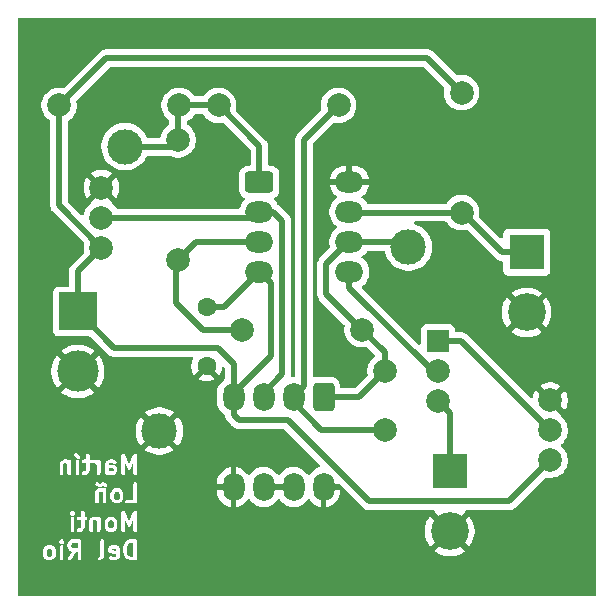
<source format=gbr>
%TF.GenerationSoftware,KiCad,Pcbnew,9.0.5*%
%TF.CreationDate,2025-10-30T22:03:32-03:00*%
%TF.ProjectId,cuarto_check_oscilador,63756172-746f-45f6-9368-65636b5f6f73,rev?*%
%TF.SameCoordinates,Original*%
%TF.FileFunction,Copper,L2,Bot*%
%TF.FilePolarity,Positive*%
%FSLAX46Y46*%
G04 Gerber Fmt 4.6, Leading zero omitted, Abs format (unit mm)*
G04 Created by KiCad (PCBNEW 9.0.5) date 2025-10-30 22:03:32*
%MOMM*%
%LPD*%
G01*
G04 APERTURE LIST*
G04 Aperture macros list*
%AMRoundRect*
0 Rectangle with rounded corners*
0 $1 Rounding radius*
0 $2 $3 $4 $5 $6 $7 $8 $9 X,Y pos of 4 corners*
0 Add a 4 corners polygon primitive as box body*
4,1,4,$2,$3,$4,$5,$6,$7,$8,$9,$2,$3,0*
0 Add four circle primitives for the rounded corners*
1,1,$1+$1,$2,$3*
1,1,$1+$1,$4,$5*
1,1,$1+$1,$6,$7*
1,1,$1+$1,$8,$9*
0 Add four rect primitives between the rounded corners*
20,1,$1+$1,$2,$3,$4,$5,0*
20,1,$1+$1,$4,$5,$6,$7,0*
20,1,$1+$1,$6,$7,$8,$9,0*
20,1,$1+$1,$8,$9,$2,$3,0*%
G04 Aperture macros list end*
%ADD10C,0.300000*%
%TA.AperFunction,ComponentPad*%
%ADD11R,3.000000X3.000000*%
%TD*%
%TA.AperFunction,ComponentPad*%
%ADD12C,3.200000*%
%TD*%
%TA.AperFunction,ComponentPad*%
%ADD13C,2.000000*%
%TD*%
%TA.AperFunction,ComponentPad*%
%ADD14C,3.000000*%
%TD*%
%TA.AperFunction,ComponentPad*%
%ADD15R,1.900000X1.900000*%
%TD*%
%TA.AperFunction,ComponentPad*%
%ADD16RoundRect,0.281250X-0.918750X-0.618750X0.918750X-0.618750X0.918750X0.618750X-0.918750X0.618750X0*%
%TD*%
%TA.AperFunction,ComponentPad*%
%ADD17O,2.400000X1.800000*%
%TD*%
%TA.AperFunction,ComponentPad*%
%ADD18RoundRect,0.281250X-0.618750X0.918750X-0.618750X-0.918750X0.618750X-0.918750X0.618750X0.918750X0*%
%TD*%
%TA.AperFunction,ComponentPad*%
%ADD19O,1.800000X2.400000*%
%TD*%
%TA.AperFunction,ComponentPad*%
%ADD20C,1.600000*%
%TD*%
%TA.AperFunction,ComponentPad*%
%ADD21R,3.200000X3.200000*%
%TD*%
%TA.AperFunction,ComponentPad*%
%ADD22C,3.500000*%
%TD*%
%TA.AperFunction,Conductor*%
%ADD23C,0.500000*%
%TD*%
G04 APERTURE END LIST*
D10*
G36*
X53356636Y-95495535D02*
G01*
X53393640Y-95532539D01*
X53438346Y-95621951D01*
X53438346Y-95979704D01*
X53393639Y-96069117D01*
X53356634Y-96106122D01*
X53267222Y-96150828D01*
X53123756Y-96150828D01*
X53034343Y-96106122D01*
X52997339Y-96069118D01*
X52952632Y-95979703D01*
X52952632Y-95621952D01*
X52997339Y-95532538D01*
X53034343Y-95495534D01*
X53123756Y-95450828D01*
X53267222Y-95450828D01*
X53356636Y-95495535D01*
G37*
G36*
X58833685Y-95484060D02*
G01*
X58866917Y-95550523D01*
X58866917Y-95617857D01*
X58459687Y-95536411D01*
X58485863Y-95484060D01*
X58552327Y-95450828D01*
X58767222Y-95450828D01*
X58833685Y-95484060D01*
G37*
G36*
X60295489Y-96150828D02*
G01*
X60112689Y-96150828D01*
X59955086Y-96098294D01*
X59854481Y-95997688D01*
X59801300Y-95891328D01*
X59738346Y-95639507D01*
X59738346Y-95462148D01*
X59801300Y-95210327D01*
X59854481Y-95103967D01*
X59955087Y-95003361D01*
X60112689Y-94950828D01*
X60295489Y-94950828D01*
X60295489Y-96150828D01*
G37*
G36*
X55581204Y-95436542D02*
G01*
X55195185Y-95436542D01*
X55105771Y-95391835D01*
X55068766Y-95354830D01*
X55024061Y-95265418D01*
X55024061Y-95121951D01*
X55068766Y-95032540D01*
X55105771Y-94995535D01*
X55195185Y-94950828D01*
X55581204Y-94950828D01*
X55581204Y-95436542D01*
G37*
G36*
X58570921Y-93080619D02*
G01*
X58607925Y-93117623D01*
X58652631Y-93207035D01*
X58652631Y-93564788D01*
X58607924Y-93654201D01*
X58570919Y-93691206D01*
X58481507Y-93735912D01*
X58338041Y-93735912D01*
X58248628Y-93691206D01*
X58211624Y-93654202D01*
X58166917Y-93564787D01*
X58166917Y-93207036D01*
X58211624Y-93117622D01*
X58248628Y-93080618D01*
X58338041Y-93035912D01*
X58481507Y-93035912D01*
X58570921Y-93080619D01*
G37*
G36*
X59070921Y-90665703D02*
G01*
X59107925Y-90702707D01*
X59152631Y-90792119D01*
X59152631Y-91149872D01*
X59107924Y-91239285D01*
X59070919Y-91276290D01*
X58981507Y-91320996D01*
X58838041Y-91320996D01*
X58748628Y-91276290D01*
X58711624Y-91239286D01*
X58666917Y-91149871D01*
X58666917Y-90792120D01*
X58711624Y-90702706D01*
X58748628Y-90665702D01*
X58838041Y-90620996D01*
X58981507Y-90620996D01*
X59070921Y-90665703D01*
G37*
G36*
X58619399Y-88667882D02*
G01*
X58652631Y-88734346D01*
X58652631Y-88806384D01*
X58619399Y-88872848D01*
X58552936Y-88906080D01*
X58266613Y-88906080D01*
X58238346Y-88891946D01*
X58238346Y-88634652D01*
X58552936Y-88634652D01*
X58619399Y-88667882D01*
G37*
G36*
X60762156Y-96617495D02*
G01*
X52485965Y-96617495D01*
X52485965Y-95586542D01*
X52652632Y-95586542D01*
X52652632Y-96015114D01*
X52655514Y-96044378D01*
X52657577Y-96049358D01*
X52657959Y-96054733D01*
X52668468Y-96082196D01*
X52739897Y-96225053D01*
X52747825Y-96237648D01*
X52749340Y-96241305D01*
X52752719Y-96245422D01*
X52755562Y-96249939D01*
X52758556Y-96252536D01*
X52767994Y-96264036D01*
X52839422Y-96335465D01*
X52850927Y-96344907D01*
X52853522Y-96347899D01*
X52858032Y-96350738D01*
X52862153Y-96354120D01*
X52865812Y-96355635D01*
X52878407Y-96363564D01*
X53021265Y-96434992D01*
X53048728Y-96445502D01*
X53054103Y-96445883D01*
X53059082Y-96447946D01*
X53088346Y-96450828D01*
X53302632Y-96450828D01*
X53331896Y-96447946D01*
X53336874Y-96445883D01*
X53342250Y-96445502D01*
X53369714Y-96434992D01*
X53512571Y-96363564D01*
X53525164Y-96355636D01*
X53528824Y-96354121D01*
X53532943Y-96350739D01*
X53537457Y-96347899D01*
X53540053Y-96344905D01*
X53551555Y-96335466D01*
X53622984Y-96264037D01*
X53632425Y-96252532D01*
X53635417Y-96249938D01*
X53638255Y-96245428D01*
X53641639Y-96241306D01*
X53643155Y-96237644D01*
X53651082Y-96225053D01*
X53722510Y-96082195D01*
X53733020Y-96054732D01*
X53733401Y-96049356D01*
X53735464Y-96044378D01*
X53738346Y-96015114D01*
X53738346Y-95586542D01*
X53735464Y-95557278D01*
X53733401Y-95552299D01*
X53733020Y-95546924D01*
X53722510Y-95519461D01*
X53651082Y-95376603D01*
X53643153Y-95364008D01*
X53641638Y-95360349D01*
X53638256Y-95356228D01*
X53635417Y-95351718D01*
X53632425Y-95349123D01*
X53622983Y-95337618D01*
X53586192Y-95300828D01*
X54081204Y-95300828D01*
X54081204Y-96300828D01*
X54084086Y-96330092D01*
X54106484Y-96384164D01*
X54147868Y-96425548D01*
X54201940Y-96447946D01*
X54260468Y-96447946D01*
X54314540Y-96425548D01*
X54355924Y-96384164D01*
X54378322Y-96330092D01*
X54381204Y-96300828D01*
X54381204Y-95300828D01*
X54378322Y-95271564D01*
X54355924Y-95217492D01*
X54314540Y-95176108D01*
X54260468Y-95153710D01*
X54201940Y-95153710D01*
X54147868Y-95176108D01*
X54106484Y-95217492D01*
X54084086Y-95271564D01*
X54081204Y-95300828D01*
X53586192Y-95300828D01*
X53551554Y-95266190D01*
X53540054Y-95256752D01*
X53537457Y-95253758D01*
X53532940Y-95250915D01*
X53528823Y-95247536D01*
X53525166Y-95246021D01*
X53512571Y-95238093D01*
X53369714Y-95166664D01*
X53342251Y-95156155D01*
X53336876Y-95155773D01*
X53331896Y-95153710D01*
X53302632Y-95150828D01*
X53088346Y-95150828D01*
X53059082Y-95153710D01*
X53054101Y-95155773D01*
X53048727Y-95156155D01*
X53021263Y-95166664D01*
X52878407Y-95238093D01*
X52865815Y-95246019D01*
X52862153Y-95247536D01*
X52858030Y-95250919D01*
X52853521Y-95253758D01*
X52850925Y-95256750D01*
X52839423Y-95266191D01*
X52767995Y-95337619D01*
X52758555Y-95349120D01*
X52755562Y-95351717D01*
X52752721Y-95356230D01*
X52749340Y-95360350D01*
X52747824Y-95364009D01*
X52739897Y-95376603D01*
X52668468Y-95519460D01*
X52657959Y-95546923D01*
X52657577Y-95552297D01*
X52655514Y-95557278D01*
X52652632Y-95586542D01*
X52485965Y-95586542D01*
X52485965Y-94842995D01*
X54012657Y-94842995D01*
X54012657Y-94901521D01*
X54018001Y-94914421D01*
X54035054Y-94955592D01*
X54035055Y-94955593D01*
X54053710Y-94978324D01*
X54125139Y-95049752D01*
X54147868Y-95068405D01*
X54147869Y-95068406D01*
X54179543Y-95081525D01*
X54201940Y-95090803D01*
X54201941Y-95090803D01*
X54201942Y-95090803D01*
X54260467Y-95090803D01*
X54260468Y-95090803D01*
X54270754Y-95086542D01*
X54724061Y-95086542D01*
X54724061Y-95300828D01*
X54726943Y-95330092D01*
X54729005Y-95335070D01*
X54729387Y-95340446D01*
X54739897Y-95367910D01*
X54811325Y-95510767D01*
X54819252Y-95523360D01*
X54820768Y-95527020D01*
X54824149Y-95531139D01*
X54826990Y-95535653D01*
X54829983Y-95538249D01*
X54839423Y-95549751D01*
X54910852Y-95621180D01*
X54922356Y-95630621D01*
X54924951Y-95633613D01*
X54929460Y-95636451D01*
X54933583Y-95639835D01*
X54937244Y-95641351D01*
X54949836Y-95649278D01*
X55092694Y-95720706D01*
X55096128Y-95722020D01*
X54751176Y-96214809D01*
X54736755Y-96240435D01*
X54724096Y-96297577D01*
X54734267Y-96355213D01*
X54765720Y-96404570D01*
X54813668Y-96438134D01*
X54870810Y-96450793D01*
X54928446Y-96440622D01*
X54977803Y-96409169D01*
X54996946Y-96386847D01*
X55452159Y-95736542D01*
X55581204Y-95736542D01*
X55581204Y-96300828D01*
X55584086Y-96330092D01*
X55606484Y-96384164D01*
X55647868Y-96425548D01*
X55701940Y-96447946D01*
X55760468Y-96447946D01*
X55814540Y-96425548D01*
X55855924Y-96384164D01*
X55878322Y-96330092D01*
X55881204Y-96300828D01*
X55881204Y-96282066D01*
X57296667Y-96282066D01*
X57300815Y-96340446D01*
X57326990Y-96392795D01*
X57371205Y-96431142D01*
X57426727Y-96449650D01*
X57485107Y-96445502D01*
X57512571Y-96434992D01*
X57655428Y-96363564D01*
X57660322Y-96360483D01*
X57662630Y-96359714D01*
X57665504Y-96357221D01*
X57680314Y-96347899D01*
X57692636Y-96333690D01*
X57706845Y-96321368D01*
X57716167Y-96306558D01*
X57718660Y-96303684D01*
X57719429Y-96301376D01*
X57722510Y-96296482D01*
X57793939Y-96153624D01*
X57804449Y-96126161D01*
X57804831Y-96120783D01*
X57806893Y-96115806D01*
X57809775Y-96086542D01*
X57809775Y-95515114D01*
X58152632Y-95515114D01*
X58152632Y-95657971D01*
X58155514Y-95687235D01*
X58161138Y-95700812D01*
X58163990Y-95715229D01*
X58172228Y-95727586D01*
X58177912Y-95741307D01*
X58188304Y-95751699D01*
X58196455Y-95763925D01*
X58208793Y-95772188D01*
X58219296Y-95782691D01*
X58232872Y-95788314D01*
X58245084Y-95796493D01*
X58273215Y-95805058D01*
X58273366Y-95805088D01*
X58273368Y-95805089D01*
X58273370Y-95805089D01*
X58866917Y-95923798D01*
X58866917Y-96051132D01*
X58833685Y-96117596D01*
X58767222Y-96150828D01*
X58552327Y-96150828D01*
X58441142Y-96095236D01*
X58413678Y-96084726D01*
X58355298Y-96080578D01*
X58299776Y-96099086D01*
X58255561Y-96137433D01*
X58229386Y-96189782D01*
X58225238Y-96248162D01*
X58243746Y-96303684D01*
X58282093Y-96347899D01*
X58306978Y-96363564D01*
X58449836Y-96434992D01*
X58477299Y-96445502D01*
X58482674Y-96445883D01*
X58487653Y-96447946D01*
X58516917Y-96450828D01*
X58802632Y-96450828D01*
X58831896Y-96447946D01*
X58836874Y-96445883D01*
X58842250Y-96445502D01*
X58869714Y-96434992D01*
X59012571Y-96363564D01*
X59017463Y-96360484D01*
X59019774Y-96359714D01*
X59022650Y-96357219D01*
X59037457Y-96347899D01*
X59049778Y-96333691D01*
X59063989Y-96321367D01*
X59073309Y-96306559D01*
X59075803Y-96303684D01*
X59076572Y-96301374D01*
X59079653Y-96296481D01*
X59151082Y-96153623D01*
X59161591Y-96126160D01*
X59161972Y-96120784D01*
X59164035Y-96115806D01*
X59166917Y-96086542D01*
X59166917Y-95800989D01*
X59166918Y-95800985D01*
X59166917Y-95800979D01*
X59166917Y-95515114D01*
X59164035Y-95485850D01*
X59161972Y-95480871D01*
X59161591Y-95475496D01*
X59151081Y-95448033D01*
X59148907Y-95443685D01*
X59438346Y-95443685D01*
X59438346Y-95657971D01*
X59438848Y-95663074D01*
X59438523Y-95665262D01*
X59440142Y-95676212D01*
X59441228Y-95687235D01*
X59442075Y-95689279D01*
X59442825Y-95694351D01*
X59514253Y-95980065D01*
X59515024Y-95982223D01*
X59515101Y-95983304D01*
X59519759Y-95995478D01*
X59524146Y-96007756D01*
X59524790Y-96008626D01*
X59525610Y-96010767D01*
X59597039Y-96153624D01*
X59604966Y-96166217D01*
X59606482Y-96169877D01*
X59609863Y-96173996D01*
X59612704Y-96178510D01*
X59615697Y-96181106D01*
X59625137Y-96192608D01*
X59767994Y-96335466D01*
X59790724Y-96354121D01*
X59795703Y-96356183D01*
X59799775Y-96359715D01*
X59826626Y-96371703D01*
X60040912Y-96443131D01*
X60055424Y-96446430D01*
X60059082Y-96447946D01*
X60064384Y-96448468D01*
X60069586Y-96449651D01*
X60073540Y-96449369D01*
X60088346Y-96450828D01*
X60445489Y-96450828D01*
X60474753Y-96447946D01*
X60528825Y-96425548D01*
X60570209Y-96384164D01*
X60592607Y-96330092D01*
X60595489Y-96300828D01*
X60595489Y-94800828D01*
X60592607Y-94771564D01*
X60570209Y-94717492D01*
X60528825Y-94676108D01*
X60474753Y-94653710D01*
X60445489Y-94650828D01*
X60088346Y-94650828D01*
X60073534Y-94652286D01*
X60069585Y-94652006D01*
X60064390Y-94653187D01*
X60059082Y-94653710D01*
X60055420Y-94655226D01*
X60040911Y-94658526D01*
X59826626Y-94729955D01*
X59799775Y-94741943D01*
X59795705Y-94745472D01*
X59790724Y-94747536D01*
X59767994Y-94766191D01*
X59625137Y-94909048D01*
X59615697Y-94920549D01*
X59612704Y-94923146D01*
X59609863Y-94927659D01*
X59606482Y-94931779D01*
X59604966Y-94935438D01*
X59597039Y-94948032D01*
X59525610Y-95090889D01*
X59524790Y-95093029D01*
X59524146Y-95093900D01*
X59519759Y-95106177D01*
X59515101Y-95118352D01*
X59515024Y-95119432D01*
X59514253Y-95121591D01*
X59442825Y-95407305D01*
X59442075Y-95412376D01*
X59441228Y-95414421D01*
X59440142Y-95425443D01*
X59438523Y-95436394D01*
X59438848Y-95438581D01*
X59438346Y-95443685D01*
X59148907Y-95443685D01*
X59079653Y-95305175D01*
X59076572Y-95300281D01*
X59075803Y-95297973D01*
X59073309Y-95295097D01*
X59063988Y-95280290D01*
X59049781Y-95267969D01*
X59037457Y-95253758D01*
X59022646Y-95244435D01*
X59019773Y-95241943D01*
X59017465Y-95241173D01*
X59012571Y-95238093D01*
X58869714Y-95166664D01*
X58842251Y-95156155D01*
X58836876Y-95155773D01*
X58831896Y-95153710D01*
X58802632Y-95150828D01*
X58516917Y-95150828D01*
X58487653Y-95153710D01*
X58482672Y-95155773D01*
X58477298Y-95156155D01*
X58449834Y-95166664D01*
X58306978Y-95238093D01*
X58302083Y-95241173D01*
X58299776Y-95241943D01*
X58296901Y-95244435D01*
X58282092Y-95253758D01*
X58269768Y-95267967D01*
X58255561Y-95280289D01*
X58246241Y-95295094D01*
X58243745Y-95297973D01*
X58242974Y-95300284D01*
X58239896Y-95305175D01*
X58168468Y-95448032D01*
X58157958Y-95475496D01*
X58157576Y-95480871D01*
X58155514Y-95485850D01*
X58152632Y-95515114D01*
X57809775Y-95515114D01*
X57809775Y-94800828D01*
X57806893Y-94771564D01*
X57784495Y-94717492D01*
X57743111Y-94676108D01*
X57689039Y-94653710D01*
X57630511Y-94653710D01*
X57576439Y-94676108D01*
X57535055Y-94717492D01*
X57512657Y-94771564D01*
X57509775Y-94800828D01*
X57509775Y-96051132D01*
X57476542Y-96117596D01*
X57378407Y-96166664D01*
X57353522Y-96182329D01*
X57315175Y-96226544D01*
X57296667Y-96282066D01*
X55881204Y-96282066D01*
X55881204Y-94800828D01*
X55878322Y-94771564D01*
X55855924Y-94717492D01*
X55814540Y-94676108D01*
X55760468Y-94653710D01*
X55731204Y-94650828D01*
X55159775Y-94650828D01*
X55130511Y-94653710D01*
X55125530Y-94655773D01*
X55120156Y-94656155D01*
X55092692Y-94666664D01*
X54949836Y-94738093D01*
X54937242Y-94746020D01*
X54933583Y-94747536D01*
X54929462Y-94750917D01*
X54924950Y-94753758D01*
X54922353Y-94756751D01*
X54910853Y-94766190D01*
X54839424Y-94837618D01*
X54829984Y-94849120D01*
X54826990Y-94851717D01*
X54824148Y-94856231D01*
X54820769Y-94860349D01*
X54819253Y-94864007D01*
X54811325Y-94876603D01*
X54739897Y-95019460D01*
X54729387Y-95046924D01*
X54729005Y-95052299D01*
X54726943Y-95057278D01*
X54724061Y-95086542D01*
X54270754Y-95086542D01*
X54282865Y-95081525D01*
X54314539Y-95068406D01*
X54337270Y-95049751D01*
X54408698Y-94978323D01*
X54427353Y-94955593D01*
X54449749Y-94901520D01*
X54449749Y-94875112D01*
X54449750Y-94842995D01*
X54427353Y-94788922D01*
X54408699Y-94766192D01*
X54337271Y-94694763D01*
X54314540Y-94676108D01*
X54314539Y-94676107D01*
X54282865Y-94662987D01*
X54260468Y-94653710D01*
X54201940Y-94653710D01*
X54179543Y-94662987D01*
X54147869Y-94676107D01*
X54125138Y-94694762D01*
X54053709Y-94766191D01*
X54035054Y-94788922D01*
X54014884Y-94837619D01*
X54012657Y-94842995D01*
X52485965Y-94842995D01*
X52485965Y-92885912D01*
X55009774Y-92885912D01*
X55009774Y-93885912D01*
X55012656Y-93915176D01*
X55035054Y-93969248D01*
X55076438Y-94010632D01*
X55130510Y-94033030D01*
X55189038Y-94033030D01*
X55243110Y-94010632D01*
X55284494Y-93969248D01*
X55306892Y-93915176D01*
X55309774Y-93885912D01*
X55309774Y-92885912D01*
X55306892Y-92856648D01*
X55512656Y-92856648D01*
X55512656Y-92915176D01*
X55535054Y-92969248D01*
X55576438Y-93010632D01*
X55630510Y-93033030D01*
X55659774Y-93035912D01*
X55866917Y-93035912D01*
X55866917Y-93636216D01*
X55833684Y-93702680D01*
X55767221Y-93735912D01*
X55659774Y-93735912D01*
X55630510Y-93738794D01*
X55576438Y-93761192D01*
X55535054Y-93802576D01*
X55512656Y-93856648D01*
X55512656Y-93915176D01*
X55535054Y-93969248D01*
X55576438Y-94010632D01*
X55630510Y-94033030D01*
X55659774Y-94035912D01*
X55802631Y-94035912D01*
X55831895Y-94033030D01*
X55836873Y-94030967D01*
X55842249Y-94030586D01*
X55869713Y-94020076D01*
X56012570Y-93948648D01*
X56017464Y-93945567D01*
X56019772Y-93944798D01*
X56022646Y-93942305D01*
X56037456Y-93932983D01*
X56049778Y-93918774D01*
X56063987Y-93906452D01*
X56073309Y-93891642D01*
X56075802Y-93888768D01*
X56076571Y-93886460D01*
X56079652Y-93881566D01*
X56151081Y-93738708D01*
X56161591Y-93711245D01*
X56161973Y-93705867D01*
X56164035Y-93700890D01*
X56166917Y-93671626D01*
X56166917Y-93100198D01*
X56581203Y-93100198D01*
X56581203Y-93885912D01*
X56584085Y-93915176D01*
X56606483Y-93969248D01*
X56647867Y-94010632D01*
X56701939Y-94033030D01*
X56760467Y-94033030D01*
X56814539Y-94010632D01*
X56855923Y-93969248D01*
X56878321Y-93915176D01*
X56881203Y-93885912D01*
X56881203Y-93135607D01*
X56914434Y-93069144D01*
X56980898Y-93035912D01*
X57124364Y-93035912D01*
X57213778Y-93080619D01*
X57224060Y-93090901D01*
X57224060Y-93885912D01*
X57226942Y-93915176D01*
X57249340Y-93969248D01*
X57290724Y-94010632D01*
X57344796Y-94033030D01*
X57403324Y-94033030D01*
X57457396Y-94010632D01*
X57498780Y-93969248D01*
X57521178Y-93915176D01*
X57524060Y-93885912D01*
X57524060Y-93171626D01*
X57866917Y-93171626D01*
X57866917Y-93600198D01*
X57869799Y-93629462D01*
X57871862Y-93634442D01*
X57872244Y-93639817D01*
X57882753Y-93667280D01*
X57954182Y-93810137D01*
X57962110Y-93822732D01*
X57963625Y-93826389D01*
X57967004Y-93830506D01*
X57969847Y-93835023D01*
X57972841Y-93837620D01*
X57982279Y-93849120D01*
X58053707Y-93920549D01*
X58065212Y-93929991D01*
X58067807Y-93932983D01*
X58072317Y-93935822D01*
X58076438Y-93939204D01*
X58080097Y-93940719D01*
X58092692Y-93948648D01*
X58235550Y-94020076D01*
X58263013Y-94030586D01*
X58268388Y-94030967D01*
X58273367Y-94033030D01*
X58302631Y-94035912D01*
X58516917Y-94035912D01*
X58546181Y-94033030D01*
X58551159Y-94030967D01*
X58556535Y-94030586D01*
X58583999Y-94020076D01*
X58726856Y-93948648D01*
X58739449Y-93940720D01*
X58743109Y-93939205D01*
X58747228Y-93935823D01*
X58751742Y-93932983D01*
X58754338Y-93929989D01*
X58765840Y-93920550D01*
X58837269Y-93849121D01*
X58846710Y-93837616D01*
X58849702Y-93835022D01*
X58852540Y-93830512D01*
X58855924Y-93826390D01*
X58857440Y-93822728D01*
X58865367Y-93810137D01*
X58936795Y-93667279D01*
X58947305Y-93639816D01*
X58947686Y-93634440D01*
X58949749Y-93629462D01*
X58952631Y-93600198D01*
X58952631Y-93171626D01*
X58949749Y-93142362D01*
X58947686Y-93137383D01*
X58947305Y-93132008D01*
X58936795Y-93104545D01*
X58865367Y-92961687D01*
X58857438Y-92949092D01*
X58855923Y-92945433D01*
X58852541Y-92941312D01*
X58849702Y-92936802D01*
X58846710Y-92934207D01*
X58837268Y-92922702D01*
X58765839Y-92851274D01*
X58754339Y-92841836D01*
X58751742Y-92838842D01*
X58747225Y-92835999D01*
X58743108Y-92832620D01*
X58739451Y-92831105D01*
X58726856Y-92823177D01*
X58583999Y-92751748D01*
X58556536Y-92741239D01*
X58551161Y-92740857D01*
X58546181Y-92738794D01*
X58516917Y-92735912D01*
X58302631Y-92735912D01*
X58273367Y-92738794D01*
X58268386Y-92740857D01*
X58263012Y-92741239D01*
X58235548Y-92751748D01*
X58092692Y-92823177D01*
X58080100Y-92831103D01*
X58076438Y-92832620D01*
X58072315Y-92836003D01*
X58067806Y-92838842D01*
X58065210Y-92841834D01*
X58053708Y-92851275D01*
X57982280Y-92922703D01*
X57972840Y-92934204D01*
X57969847Y-92936801D01*
X57967006Y-92941314D01*
X57963625Y-92945434D01*
X57962109Y-92949093D01*
X57954182Y-92961687D01*
X57882753Y-93104544D01*
X57872244Y-93132007D01*
X57871862Y-93137381D01*
X57869799Y-93142362D01*
X57866917Y-93171626D01*
X57524060Y-93171626D01*
X57524060Y-92885912D01*
X57521178Y-92856648D01*
X57498780Y-92802576D01*
X57457396Y-92761192D01*
X57403324Y-92738794D01*
X57344796Y-92738794D01*
X57290724Y-92761192D01*
X57275730Y-92776185D01*
X57226856Y-92751748D01*
X57199393Y-92741239D01*
X57194018Y-92740857D01*
X57189038Y-92738794D01*
X57159774Y-92735912D01*
X56945488Y-92735912D01*
X56916224Y-92738794D01*
X56911243Y-92740857D01*
X56905869Y-92741239D01*
X56878405Y-92751748D01*
X56735549Y-92823177D01*
X56730654Y-92826257D01*
X56728347Y-92827027D01*
X56725472Y-92829519D01*
X56710663Y-92838842D01*
X56698339Y-92853051D01*
X56684132Y-92865373D01*
X56674812Y-92880178D01*
X56672316Y-92883057D01*
X56671545Y-92885368D01*
X56668467Y-92890259D01*
X56597039Y-93033116D01*
X56586529Y-93060580D01*
X56586147Y-93065955D01*
X56584085Y-93070934D01*
X56581203Y-93100198D01*
X56166917Y-93100198D01*
X56166917Y-93035912D01*
X56231202Y-93035912D01*
X56260466Y-93033030D01*
X56314538Y-93010632D01*
X56355922Y-92969248D01*
X56378320Y-92915176D01*
X56378320Y-92856648D01*
X56355922Y-92802576D01*
X56314538Y-92761192D01*
X56260466Y-92738794D01*
X56231202Y-92735912D01*
X56166917Y-92735912D01*
X56166917Y-92385912D01*
X59295489Y-92385912D01*
X59295489Y-93885912D01*
X59298371Y-93915176D01*
X59320769Y-93969248D01*
X59362153Y-94010632D01*
X59416225Y-94033030D01*
X59474753Y-94033030D01*
X59528825Y-94010632D01*
X59570209Y-93969248D01*
X59592607Y-93915176D01*
X59595489Y-93885912D01*
X59595489Y-93062045D01*
X59809562Y-93520774D01*
X59815908Y-93531487D01*
X59817229Y-93535119D01*
X59819580Y-93537687D01*
X59824549Y-93546074D01*
X59841354Y-93561464D01*
X59856756Y-93578282D01*
X59862799Y-93581102D01*
X59867712Y-93585601D01*
X59889132Y-93593390D01*
X59909794Y-93603032D01*
X59916451Y-93603324D01*
X59922714Y-93605602D01*
X59945493Y-93604601D01*
X59968264Y-93605602D01*
X59974523Y-93603325D01*
X59981185Y-93603033D01*
X60001852Y-93593388D01*
X60023267Y-93585601D01*
X60028180Y-93581101D01*
X60034222Y-93578282D01*
X60049617Y-93561469D01*
X60066430Y-93546074D01*
X60071398Y-93537685D01*
X60073749Y-93535119D01*
X60075068Y-93531489D01*
X60081416Y-93520774D01*
X60295489Y-93062046D01*
X60295489Y-93885912D01*
X60298371Y-93915176D01*
X60320769Y-93969248D01*
X60362153Y-94010632D01*
X60416225Y-94033030D01*
X60474753Y-94033030D01*
X60528825Y-94010632D01*
X60570209Y-93969248D01*
X60592607Y-93915176D01*
X60595489Y-93885912D01*
X60595489Y-92385912D01*
X60593594Y-92366674D01*
X60593750Y-92363136D01*
X60593058Y-92361235D01*
X60592607Y-92356648D01*
X60582646Y-92332602D01*
X60573749Y-92308134D01*
X60571489Y-92305666D01*
X60570209Y-92302576D01*
X60551811Y-92284178D01*
X60534222Y-92264971D01*
X60531188Y-92263555D01*
X60528825Y-92261192D01*
X60504794Y-92251238D01*
X60481185Y-92240220D01*
X60477840Y-92240073D01*
X60474753Y-92238794D01*
X60448729Y-92238794D01*
X60422714Y-92237651D01*
X60419571Y-92238794D01*
X60416225Y-92238794D01*
X60392172Y-92248757D01*
X60367712Y-92257652D01*
X60365244Y-92259911D01*
X60362153Y-92261192D01*
X60343744Y-92279600D01*
X60324549Y-92297179D01*
X60322199Y-92301145D01*
X60320769Y-92302576D01*
X60319413Y-92305848D01*
X60309562Y-92322479D01*
X59945489Y-93102635D01*
X59581416Y-92322479D01*
X59571562Y-92305844D01*
X59570209Y-92302576D01*
X59568780Y-92301147D01*
X59566430Y-92297179D01*
X59547222Y-92279589D01*
X59528825Y-92261192D01*
X59525734Y-92259911D01*
X59523267Y-92257652D01*
X59498801Y-92248755D01*
X59474753Y-92238794D01*
X59471407Y-92238794D01*
X59468264Y-92237651D01*
X59442260Y-92238794D01*
X59416225Y-92238794D01*
X59413134Y-92240074D01*
X59409794Y-92240221D01*
X59386198Y-92251231D01*
X59362153Y-92261192D01*
X59359789Y-92263555D01*
X59356756Y-92264971D01*
X59339166Y-92284178D01*
X59320769Y-92302576D01*
X59319488Y-92305666D01*
X59317229Y-92308134D01*
X59308332Y-92332599D01*
X59298371Y-92356648D01*
X59297919Y-92361236D01*
X59297228Y-92363137D01*
X59297383Y-92366675D01*
X59295489Y-92385912D01*
X56166917Y-92385912D01*
X56164035Y-92356648D01*
X56141637Y-92302576D01*
X56100253Y-92261192D01*
X56046181Y-92238794D01*
X55987653Y-92238794D01*
X55933581Y-92261192D01*
X55892197Y-92302576D01*
X55869799Y-92356648D01*
X55866917Y-92385912D01*
X55866917Y-92735912D01*
X55659774Y-92735912D01*
X55630510Y-92738794D01*
X55576438Y-92761192D01*
X55535054Y-92802576D01*
X55512656Y-92856648D01*
X55306892Y-92856648D01*
X55284494Y-92802576D01*
X55243110Y-92761192D01*
X55189038Y-92738794D01*
X55130510Y-92738794D01*
X55076438Y-92761192D01*
X55035054Y-92802576D01*
X55012656Y-92856648D01*
X55009774Y-92885912D01*
X52485965Y-92885912D01*
X52485965Y-92428079D01*
X54941227Y-92428079D01*
X54941227Y-92486605D01*
X54943453Y-92491978D01*
X54963624Y-92540676D01*
X54963625Y-92540677D01*
X54982280Y-92563408D01*
X55053709Y-92634836D01*
X55076438Y-92653489D01*
X55076439Y-92653490D01*
X55108113Y-92666609D01*
X55130510Y-92675887D01*
X55130511Y-92675887D01*
X55130512Y-92675887D01*
X55189037Y-92675887D01*
X55189038Y-92675887D01*
X55211435Y-92666609D01*
X55243109Y-92653490D01*
X55265840Y-92634835D01*
X55337268Y-92563407D01*
X55355923Y-92540677D01*
X55378319Y-92486604D01*
X55378319Y-92469246D01*
X55378320Y-92428079D01*
X55355923Y-92374006D01*
X55337269Y-92351276D01*
X55265841Y-92279847D01*
X55243110Y-92261192D01*
X55243109Y-92261191D01*
X55211435Y-92248071D01*
X55189038Y-92238794D01*
X55130510Y-92238794D01*
X55108113Y-92248071D01*
X55076439Y-92261191D01*
X55053708Y-92279846D01*
X54982279Y-92351275D01*
X54963624Y-92374006D01*
X54943454Y-92422703D01*
X54941227Y-92428079D01*
X52485965Y-92428079D01*
X52485965Y-90685282D01*
X57081203Y-90685282D01*
X57081203Y-91470996D01*
X57084085Y-91500260D01*
X57106483Y-91554332D01*
X57147867Y-91595716D01*
X57201939Y-91618114D01*
X57260467Y-91618114D01*
X57314539Y-91595716D01*
X57355923Y-91554332D01*
X57378321Y-91500260D01*
X57381203Y-91470996D01*
X57381203Y-90720691D01*
X57414434Y-90654228D01*
X57480898Y-90620996D01*
X57624364Y-90620996D01*
X57713778Y-90665703D01*
X57724060Y-90675985D01*
X57724060Y-91470996D01*
X57726942Y-91500260D01*
X57749340Y-91554332D01*
X57790724Y-91595716D01*
X57844796Y-91618114D01*
X57903324Y-91618114D01*
X57957396Y-91595716D01*
X57998780Y-91554332D01*
X58021178Y-91500260D01*
X58024060Y-91470996D01*
X58024060Y-90756710D01*
X58366917Y-90756710D01*
X58366917Y-91185282D01*
X58369799Y-91214546D01*
X58371862Y-91219526D01*
X58372244Y-91224901D01*
X58382753Y-91252364D01*
X58454182Y-91395221D01*
X58462110Y-91407816D01*
X58463625Y-91411473D01*
X58467004Y-91415590D01*
X58469847Y-91420107D01*
X58472841Y-91422704D01*
X58482279Y-91434204D01*
X58553707Y-91505633D01*
X58565212Y-91515075D01*
X58567807Y-91518067D01*
X58572317Y-91520906D01*
X58576438Y-91524288D01*
X58580097Y-91525803D01*
X58592692Y-91533732D01*
X58735550Y-91605160D01*
X58763013Y-91615670D01*
X58768388Y-91616051D01*
X58773367Y-91618114D01*
X58802631Y-91620996D01*
X59016917Y-91620996D01*
X59046181Y-91618114D01*
X59051159Y-91616051D01*
X59056535Y-91615670D01*
X59083999Y-91605160D01*
X59226856Y-91533732D01*
X59239449Y-91525804D01*
X59243109Y-91524289D01*
X59247228Y-91520907D01*
X59251742Y-91518067D01*
X59254338Y-91515073D01*
X59265840Y-91505634D01*
X59329742Y-91441732D01*
X59584085Y-91441732D01*
X59584085Y-91500260D01*
X59606483Y-91554332D01*
X59647867Y-91595716D01*
X59701939Y-91618114D01*
X59731203Y-91620996D01*
X60445489Y-91620996D01*
X60474753Y-91618114D01*
X60528825Y-91595716D01*
X60570209Y-91554332D01*
X60592607Y-91500260D01*
X60595489Y-91470996D01*
X60595489Y-89970996D01*
X60592607Y-89941732D01*
X60570209Y-89887660D01*
X60528825Y-89846276D01*
X60474753Y-89823878D01*
X60416225Y-89823878D01*
X60362153Y-89846276D01*
X60320769Y-89887660D01*
X60298371Y-89941732D01*
X60295489Y-89970996D01*
X60295489Y-91320996D01*
X59731203Y-91320996D01*
X59701939Y-91323878D01*
X59647867Y-91346276D01*
X59606483Y-91387660D01*
X59584085Y-91441732D01*
X59329742Y-91441732D01*
X59337269Y-91434205D01*
X59346710Y-91422700D01*
X59349702Y-91420106D01*
X59352540Y-91415596D01*
X59355924Y-91411474D01*
X59357440Y-91407812D01*
X59365367Y-91395221D01*
X59436795Y-91252363D01*
X59447305Y-91224900D01*
X59447686Y-91219524D01*
X59449749Y-91214546D01*
X59452631Y-91185282D01*
X59452631Y-90756710D01*
X59449749Y-90727446D01*
X59447686Y-90722467D01*
X59447305Y-90717092D01*
X59436795Y-90689629D01*
X59365367Y-90546771D01*
X59357438Y-90534176D01*
X59355923Y-90530517D01*
X59352541Y-90526396D01*
X59349702Y-90521886D01*
X59346710Y-90519291D01*
X59337268Y-90507786D01*
X59265839Y-90436358D01*
X59254339Y-90426920D01*
X59251742Y-90423926D01*
X59247225Y-90421083D01*
X59243108Y-90417704D01*
X59239451Y-90416189D01*
X59226856Y-90408261D01*
X59083999Y-90336832D01*
X59056536Y-90326323D01*
X59051161Y-90325941D01*
X59046181Y-90323878D01*
X59016917Y-90320996D01*
X58802631Y-90320996D01*
X58773367Y-90323878D01*
X58768386Y-90325941D01*
X58763012Y-90326323D01*
X58735548Y-90336832D01*
X58592692Y-90408261D01*
X58580100Y-90416187D01*
X58576438Y-90417704D01*
X58572315Y-90421087D01*
X58567806Y-90423926D01*
X58565210Y-90426918D01*
X58553708Y-90436359D01*
X58482280Y-90507787D01*
X58472840Y-90519288D01*
X58469847Y-90521885D01*
X58467006Y-90526398D01*
X58463625Y-90530518D01*
X58462109Y-90534177D01*
X58454182Y-90546771D01*
X58382753Y-90689628D01*
X58372244Y-90717091D01*
X58371862Y-90722465D01*
X58369799Y-90727446D01*
X58366917Y-90756710D01*
X58024060Y-90756710D01*
X58024060Y-90470996D01*
X58021178Y-90441732D01*
X57998780Y-90387660D01*
X57957396Y-90346276D01*
X57903324Y-90323878D01*
X57844796Y-90323878D01*
X57790724Y-90346276D01*
X57775730Y-90361269D01*
X57726856Y-90336832D01*
X57699393Y-90326323D01*
X57694018Y-90325941D01*
X57689038Y-90323878D01*
X57659774Y-90320996D01*
X57445488Y-90320996D01*
X57416224Y-90323878D01*
X57411243Y-90325941D01*
X57405869Y-90326323D01*
X57378405Y-90336832D01*
X57235549Y-90408261D01*
X57230654Y-90411341D01*
X57228347Y-90412111D01*
X57225472Y-90414603D01*
X57210663Y-90423926D01*
X57198339Y-90438135D01*
X57184132Y-90450457D01*
X57174812Y-90465262D01*
X57172316Y-90468141D01*
X57171545Y-90470452D01*
X57168467Y-90475343D01*
X57097039Y-90618200D01*
X57086529Y-90645664D01*
X57086147Y-90651039D01*
X57084085Y-90656018D01*
X57081203Y-90685282D01*
X52485965Y-90685282D01*
X52485965Y-89941732D01*
X57084085Y-89941732D01*
X57084085Y-90000258D01*
X57106482Y-90054330D01*
X57125136Y-90077061D01*
X57196564Y-90148490D01*
X57208069Y-90157932D01*
X57210664Y-90160924D01*
X57215174Y-90163763D01*
X57219295Y-90167145D01*
X57222954Y-90168660D01*
X57235549Y-90176589D01*
X57378407Y-90248017D01*
X57405870Y-90258527D01*
X57416561Y-90259286D01*
X57426726Y-90262675D01*
X57445488Y-90261341D01*
X57464250Y-90262675D01*
X57474414Y-90259286D01*
X57485106Y-90258527D01*
X57512570Y-90248017D01*
X57731202Y-90138701D01*
X57785206Y-90165703D01*
X57839422Y-90219919D01*
X57862152Y-90238574D01*
X57916225Y-90260970D01*
X57974751Y-90260970D01*
X58028823Y-90238574D01*
X58070209Y-90197188D01*
X58092605Y-90143116D01*
X58092605Y-90084590D01*
X58070209Y-90030517D01*
X58051554Y-90007787D01*
X57980126Y-89936359D01*
X57968624Y-89926919D01*
X57966028Y-89923926D01*
X57961514Y-89921085D01*
X57957395Y-89917704D01*
X57953735Y-89916188D01*
X57941142Y-89908261D01*
X57798285Y-89836832D01*
X57770822Y-89826323D01*
X57760132Y-89825563D01*
X57749965Y-89822174D01*
X57731201Y-89823507D01*
X57712442Y-89822174D01*
X57702276Y-89825562D01*
X57691585Y-89826322D01*
X57664121Y-89836832D01*
X57445487Y-89946148D01*
X57391485Y-89919147D01*
X57337270Y-89864931D01*
X57314539Y-89846276D01*
X57260467Y-89823878D01*
X57201941Y-89823878D01*
X57147869Y-89846275D01*
X57106483Y-89887660D01*
X57084085Y-89941732D01*
X52485965Y-89941732D01*
X52485965Y-88270366D01*
X54081203Y-88270366D01*
X54081203Y-89056080D01*
X54084085Y-89085344D01*
X54106483Y-89139416D01*
X54147867Y-89180800D01*
X54201939Y-89203198D01*
X54260467Y-89203198D01*
X54314539Y-89180800D01*
X54355923Y-89139416D01*
X54378321Y-89085344D01*
X54381203Y-89056080D01*
X54381203Y-88305775D01*
X54414434Y-88239312D01*
X54480898Y-88206080D01*
X54624364Y-88206080D01*
X54713778Y-88250787D01*
X54724060Y-88261069D01*
X54724060Y-89056080D01*
X54726942Y-89085344D01*
X54749340Y-89139416D01*
X54790724Y-89180800D01*
X54844796Y-89203198D01*
X54903324Y-89203198D01*
X54957396Y-89180800D01*
X54998780Y-89139416D01*
X55021178Y-89085344D01*
X55024060Y-89056080D01*
X55024060Y-88056080D01*
X55438346Y-88056080D01*
X55438346Y-89056080D01*
X55441228Y-89085344D01*
X55463626Y-89139416D01*
X55505010Y-89180800D01*
X55559082Y-89203198D01*
X55617610Y-89203198D01*
X55671682Y-89180800D01*
X55713066Y-89139416D01*
X55735464Y-89085344D01*
X55738346Y-89056080D01*
X55738346Y-88056080D01*
X55735464Y-88026816D01*
X55941228Y-88026816D01*
X55941228Y-88085344D01*
X55963626Y-88139416D01*
X56005010Y-88180800D01*
X56059082Y-88203198D01*
X56088346Y-88206080D01*
X56295489Y-88206080D01*
X56295489Y-88806384D01*
X56262256Y-88872848D01*
X56195793Y-88906080D01*
X56088346Y-88906080D01*
X56059082Y-88908962D01*
X56005010Y-88931360D01*
X55963626Y-88972744D01*
X55941228Y-89026816D01*
X55941228Y-89085344D01*
X55963626Y-89139416D01*
X56005010Y-89180800D01*
X56059082Y-89203198D01*
X56088346Y-89206080D01*
X56231203Y-89206080D01*
X56260467Y-89203198D01*
X56265445Y-89201135D01*
X56270821Y-89200754D01*
X56298285Y-89190244D01*
X56441142Y-89118816D01*
X56446036Y-89115735D01*
X56448344Y-89114966D01*
X56451218Y-89112473D01*
X56466028Y-89103151D01*
X56478350Y-89088942D01*
X56492559Y-89076620D01*
X56501881Y-89061810D01*
X56504374Y-89058936D01*
X56505143Y-89056628D01*
X56508224Y-89051734D01*
X56579653Y-88908876D01*
X56590163Y-88881413D01*
X56590545Y-88876035D01*
X56592607Y-88871058D01*
X56595489Y-88841794D01*
X56595489Y-88206080D01*
X56659774Y-88206080D01*
X56689038Y-88203198D01*
X56743110Y-88180800D01*
X56784494Y-88139416D01*
X56802631Y-88095630D01*
X56820768Y-88139416D01*
X56862152Y-88180800D01*
X56916224Y-88203198D01*
X56945488Y-88206080D01*
X57052935Y-88206080D01*
X57142349Y-88250787D01*
X57179353Y-88287791D01*
X57224060Y-88377204D01*
X57224060Y-89056080D01*
X57226942Y-89085344D01*
X57249340Y-89139416D01*
X57290724Y-89180800D01*
X57344796Y-89203198D01*
X57403324Y-89203198D01*
X57457396Y-89180800D01*
X57498780Y-89139416D01*
X57521178Y-89085344D01*
X57524060Y-89056080D01*
X57524060Y-88270366D01*
X57938346Y-88270366D01*
X57938346Y-89056080D01*
X57941228Y-89085344D01*
X57963626Y-89139416D01*
X58005010Y-89180800D01*
X58059082Y-89203198D01*
X58117610Y-89203198D01*
X58157217Y-89186791D01*
X58164122Y-89190244D01*
X58191585Y-89200754D01*
X58196960Y-89201135D01*
X58201939Y-89203198D01*
X58231203Y-89206080D01*
X58588346Y-89206080D01*
X58617610Y-89203198D01*
X58622588Y-89201135D01*
X58627964Y-89200754D01*
X58655428Y-89190244D01*
X58798285Y-89118816D01*
X58803177Y-89115736D01*
X58805488Y-89114966D01*
X58808364Y-89112471D01*
X58823171Y-89103151D01*
X58835492Y-89088943D01*
X58849703Y-89076619D01*
X58859023Y-89061811D01*
X58861517Y-89058936D01*
X58862286Y-89056626D01*
X58865367Y-89051733D01*
X58936796Y-88908875D01*
X58947305Y-88881412D01*
X58947686Y-88876036D01*
X58949749Y-88871058D01*
X58952631Y-88841794D01*
X58952631Y-88698937D01*
X58949749Y-88669673D01*
X58947686Y-88664694D01*
X58947305Y-88659319D01*
X58936795Y-88631856D01*
X58865367Y-88488998D01*
X58862286Y-88484104D01*
X58861517Y-88481796D01*
X58859023Y-88478920D01*
X58849702Y-88464113D01*
X58835495Y-88451792D01*
X58823171Y-88437581D01*
X58808360Y-88428258D01*
X58805487Y-88425766D01*
X58803179Y-88424996D01*
X58798285Y-88421916D01*
X58655428Y-88350488D01*
X58627964Y-88339978D01*
X58622588Y-88339596D01*
X58617610Y-88337534D01*
X58588346Y-88334652D01*
X58266613Y-88334652D01*
X58238346Y-88320518D01*
X58238346Y-88305775D01*
X58271577Y-88239312D01*
X58338041Y-88206080D01*
X58552936Y-88206080D01*
X58664120Y-88261673D01*
X58691584Y-88272182D01*
X58749964Y-88276331D01*
X58805486Y-88257824D01*
X58849702Y-88219477D01*
X58875876Y-88167128D01*
X58880025Y-88108748D01*
X58861517Y-88053225D01*
X58823171Y-88009010D01*
X58798285Y-87993345D01*
X58655428Y-87921916D01*
X58627965Y-87911407D01*
X58622590Y-87911025D01*
X58617610Y-87908962D01*
X58588346Y-87906080D01*
X58302631Y-87906080D01*
X58273367Y-87908962D01*
X58268386Y-87911025D01*
X58263012Y-87911407D01*
X58235548Y-87921916D01*
X58092692Y-87993345D01*
X58087797Y-87996425D01*
X58085490Y-87997195D01*
X58082615Y-87999687D01*
X58067806Y-88009010D01*
X58055482Y-88023219D01*
X58041275Y-88035541D01*
X58031955Y-88050346D01*
X58029459Y-88053225D01*
X58028688Y-88055536D01*
X58025610Y-88060427D01*
X57954182Y-88203284D01*
X57943672Y-88230748D01*
X57943290Y-88236123D01*
X57941228Y-88241102D01*
X57938346Y-88270366D01*
X57524060Y-88270366D01*
X57524060Y-88056080D01*
X57521178Y-88026816D01*
X57498780Y-87972744D01*
X57457396Y-87931360D01*
X57403324Y-87908962D01*
X57344796Y-87908962D01*
X57290724Y-87931360D01*
X57251921Y-87970163D01*
X57155427Y-87921916D01*
X57127964Y-87911406D01*
X57122586Y-87911023D01*
X57117609Y-87908962D01*
X57088345Y-87906080D01*
X56945488Y-87906080D01*
X56916224Y-87908962D01*
X56862152Y-87931360D01*
X56820768Y-87972744D01*
X56802631Y-88016529D01*
X56784494Y-87972744D01*
X56743110Y-87931360D01*
X56689038Y-87908962D01*
X56659774Y-87906080D01*
X56595489Y-87906080D01*
X56595489Y-87556080D01*
X59295489Y-87556080D01*
X59295489Y-89056080D01*
X59298371Y-89085344D01*
X59320769Y-89139416D01*
X59362153Y-89180800D01*
X59416225Y-89203198D01*
X59474753Y-89203198D01*
X59528825Y-89180800D01*
X59570209Y-89139416D01*
X59592607Y-89085344D01*
X59595489Y-89056080D01*
X59595489Y-88232213D01*
X59809562Y-88690942D01*
X59815908Y-88701655D01*
X59817229Y-88705287D01*
X59819580Y-88707855D01*
X59824549Y-88716242D01*
X59841354Y-88731632D01*
X59856756Y-88748450D01*
X59862799Y-88751270D01*
X59867712Y-88755769D01*
X59889132Y-88763558D01*
X59909794Y-88773200D01*
X59916451Y-88773492D01*
X59922714Y-88775770D01*
X59945493Y-88774769D01*
X59968264Y-88775770D01*
X59974523Y-88773493D01*
X59981185Y-88773201D01*
X60001852Y-88763556D01*
X60023267Y-88755769D01*
X60028180Y-88751269D01*
X60034222Y-88748450D01*
X60049617Y-88731637D01*
X60066430Y-88716242D01*
X60071398Y-88707853D01*
X60073749Y-88705287D01*
X60075068Y-88701657D01*
X60081416Y-88690942D01*
X60295489Y-88232214D01*
X60295489Y-89056080D01*
X60298371Y-89085344D01*
X60320769Y-89139416D01*
X60362153Y-89180800D01*
X60416225Y-89203198D01*
X60474753Y-89203198D01*
X60528825Y-89180800D01*
X60570209Y-89139416D01*
X60592607Y-89085344D01*
X60595489Y-89056080D01*
X60595489Y-87556080D01*
X60593594Y-87536842D01*
X60593750Y-87533304D01*
X60593058Y-87531403D01*
X60592607Y-87526816D01*
X60582646Y-87502770D01*
X60573749Y-87478302D01*
X60571489Y-87475834D01*
X60570209Y-87472744D01*
X60551811Y-87454346D01*
X60534222Y-87435139D01*
X60531188Y-87433723D01*
X60528825Y-87431360D01*
X60504794Y-87421406D01*
X60481185Y-87410388D01*
X60477840Y-87410241D01*
X60474753Y-87408962D01*
X60448729Y-87408962D01*
X60422714Y-87407819D01*
X60419571Y-87408962D01*
X60416225Y-87408962D01*
X60392172Y-87418925D01*
X60367712Y-87427820D01*
X60365244Y-87430079D01*
X60362153Y-87431360D01*
X60343744Y-87449768D01*
X60324549Y-87467347D01*
X60322199Y-87471313D01*
X60320769Y-87472744D01*
X60319413Y-87476016D01*
X60309562Y-87492647D01*
X59945489Y-88272803D01*
X59581416Y-87492647D01*
X59571562Y-87476012D01*
X59570209Y-87472744D01*
X59568780Y-87471315D01*
X59566430Y-87467347D01*
X59547222Y-87449757D01*
X59528825Y-87431360D01*
X59525734Y-87430079D01*
X59523267Y-87427820D01*
X59498801Y-87418923D01*
X59474753Y-87408962D01*
X59471407Y-87408962D01*
X59468264Y-87407819D01*
X59442260Y-87408962D01*
X59416225Y-87408962D01*
X59413134Y-87410242D01*
X59409794Y-87410389D01*
X59386198Y-87421399D01*
X59362153Y-87431360D01*
X59359789Y-87433723D01*
X59356756Y-87435139D01*
X59339166Y-87454346D01*
X59320769Y-87472744D01*
X59319488Y-87475834D01*
X59317229Y-87478302D01*
X59308332Y-87502767D01*
X59298371Y-87526816D01*
X59297919Y-87531404D01*
X59297228Y-87533305D01*
X59297383Y-87536843D01*
X59295489Y-87556080D01*
X56595489Y-87556080D01*
X56592607Y-87526816D01*
X56570209Y-87472744D01*
X56528825Y-87431360D01*
X56474753Y-87408962D01*
X56416225Y-87408962D01*
X56362153Y-87431360D01*
X56320769Y-87472744D01*
X56298371Y-87526816D01*
X56295489Y-87556080D01*
X56295489Y-87906080D01*
X56088346Y-87906080D01*
X56059082Y-87908962D01*
X56005010Y-87931360D01*
X55963626Y-87972744D01*
X55941228Y-88026816D01*
X55735464Y-88026816D01*
X55713066Y-87972744D01*
X55671682Y-87931360D01*
X55617610Y-87908962D01*
X55559082Y-87908962D01*
X55505010Y-87931360D01*
X55463626Y-87972744D01*
X55441228Y-88026816D01*
X55438346Y-88056080D01*
X55024060Y-88056080D01*
X55021178Y-88026816D01*
X54998780Y-87972744D01*
X54957396Y-87931360D01*
X54903324Y-87908962D01*
X54844796Y-87908962D01*
X54790724Y-87931360D01*
X54775730Y-87946353D01*
X54726856Y-87921916D01*
X54699393Y-87911407D01*
X54694018Y-87911025D01*
X54689038Y-87908962D01*
X54659774Y-87906080D01*
X54445488Y-87906080D01*
X54416224Y-87908962D01*
X54411243Y-87911025D01*
X54405869Y-87911407D01*
X54378405Y-87921916D01*
X54235549Y-87993345D01*
X54230654Y-87996425D01*
X54228347Y-87997195D01*
X54225472Y-87999687D01*
X54210663Y-88009010D01*
X54198339Y-88023219D01*
X54184132Y-88035541D01*
X54174812Y-88050346D01*
X54172316Y-88053225D01*
X54171545Y-88055536D01*
X54168467Y-88060427D01*
X54097039Y-88203284D01*
X54086529Y-88230748D01*
X54086147Y-88236123D01*
X54084085Y-88241102D01*
X54081203Y-88270366D01*
X52485965Y-88270366D01*
X52485965Y-87455389D01*
X55298371Y-87455389D01*
X55298371Y-87513915D01*
X55320768Y-87567987D01*
X55339423Y-87590718D01*
X55553708Y-87805003D01*
X55576439Y-87823658D01*
X55630511Y-87846055D01*
X55689037Y-87846055D01*
X55743110Y-87823658D01*
X55784495Y-87782273D01*
X55806892Y-87728200D01*
X55806892Y-87669674D01*
X55784495Y-87615602D01*
X55765840Y-87592871D01*
X55551555Y-87378586D01*
X55528824Y-87359931D01*
X55474752Y-87337534D01*
X55416226Y-87337534D01*
X55362154Y-87359931D01*
X55320768Y-87401317D01*
X55298371Y-87455389D01*
X52485965Y-87455389D01*
X52485965Y-87170867D01*
X60762156Y-87170867D01*
X60762156Y-96617495D01*
G37*
D11*
%TO.P,J2,1,Pin_1*%
%TO.N,Vout*%
X93594867Y-70375000D03*
D12*
%TO.P,J2,2,Pin_2*%
%TO.N,GND*%
X93594867Y-75455000D03*
%TD*%
D13*
%TO.P,RV1,1,1*%
%TO.N,Vin*%
X57594867Y-69960000D03*
%TO.P,RV1,2,2*%
%TO.N,Offset*%
X57594867Y-67420000D03*
%TO.P,RV1,3,3*%
%TO.N,GND*%
X57594867Y-64880000D03*
%TD*%
D14*
%TO.P,TP3,1,1*%
%TO.N,Net-(U1B--)*%
X83594867Y-69920000D03*
%TD*%
D15*
%TO.P,JP1,1,A*%
%TO.N,DCycle*%
X86094867Y-77880000D03*
D13*
%TO.P,JP1,2,C*%
%TO.N,Net-(JP1-C)*%
X86094867Y-80420000D03*
%TO.P,JP1,3,B*%
%TO.N,ExtDCycle*%
X86094867Y-82960000D03*
%TD*%
%TO.P,R3,1*%
%TO.N,Net-(U1A-+)*%
X69514867Y-76920000D03*
%TO.P,R3,2*%
%TO.N,Net-(U1B--)*%
X79674867Y-76920000D03*
%TD*%
D14*
%TO.P,TP2,1,1*%
%TO.N,GND*%
X62500000Y-85500000D03*
%TD*%
D13*
%TO.P,R4,1*%
%TO.N,Net-(R1-Pad2)*%
X64094867Y-60840000D03*
%TO.P,R4,2*%
%TO.N,Net-(U1A-+)*%
X64094867Y-71000000D03*
%TD*%
%TO.P,R5,1*%
%TO.N,Vin*%
X88094867Y-56840000D03*
%TO.P,R5,2*%
%TO.N,Vout*%
X88094867Y-67000000D03*
%TD*%
D16*
%TO.P,U1,1*%
%TO.N,Net-(R1-Pad2)*%
X70974867Y-64420000D03*
D17*
%TO.P,U1,2,-*%
%TO.N,Offset*%
X70974867Y-66960000D03*
%TO.P,U1,3,+*%
%TO.N,Net-(U1A-+)*%
X70974867Y-69500000D03*
%TO.P,U1,4,V-*%
%TO.N,Vin*%
X70974867Y-72040000D03*
%TO.P,U1,5,+*%
%TO.N,Net-(JP1-C)*%
X78594867Y-72040000D03*
%TO.P,U1,6,-*%
%TO.N,Net-(U1B--)*%
X78594867Y-69500000D03*
%TO.P,U1,7*%
%TO.N,Vout*%
X78594867Y-66960000D03*
%TO.P,U1,8,V+*%
%TO.N,GND*%
X78594867Y-64420000D03*
%TD*%
D18*
%TO.P,U2,1*%
%TO.N,Net-(U1B--)*%
X76404867Y-82610000D03*
D19*
%TO.P,U2,2,-*%
%TO.N,Net-(U2A--)*%
X73864867Y-82610000D03*
%TO.P,U2,3,+*%
%TO.N,Offset*%
X71324867Y-82610000D03*
%TO.P,U2,4,V-*%
%TO.N,Vin*%
X68784867Y-82610000D03*
%TO.P,U2,5,+*%
%TO.N,GND*%
X68784867Y-90230000D03*
%TO.P,U2,6,-*%
%TO.N,Net-(U2B--)*%
X71324867Y-90230000D03*
%TO.P,U2,7*%
X73864867Y-90230000D03*
%TO.P,U2,8,V+*%
%TO.N,GND*%
X76404867Y-90230000D03*
%TD*%
D11*
%TO.P,J3,1,Pin_1*%
%TO.N,ExtDCycle*%
X87094867Y-88920000D03*
D12*
%TO.P,J3,2,Pin_2*%
%TO.N,GND*%
X87094867Y-94000000D03*
%TD*%
D20*
%TO.P,C2,1*%
%TO.N,GND*%
X66500000Y-80000000D03*
%TO.P,C2,2*%
%TO.N,Vin*%
X66500000Y-75000000D03*
%TD*%
D21*
%TO.P,J1,1,Pin_1*%
%TO.N,Vin*%
X55594867Y-75375000D03*
D22*
%TO.P,J1,2,Pin_2*%
%TO.N,GND*%
X55594867Y-80455000D03*
%TD*%
D13*
%TO.P,R1,1*%
%TO.N,Net-(U2A--)*%
X77674867Y-57920000D03*
%TO.P,R1,2*%
%TO.N,Net-(R1-Pad2)*%
X67514867Y-57920000D03*
%TD*%
D14*
%TO.P,TP1,1,1*%
%TO.N,Net-(R1-Pad2)*%
X59594867Y-61420000D03*
%TD*%
D13*
%TO.P,C1,1*%
%TO.N,Net-(U1B--)*%
X81594867Y-80420000D03*
%TO.P,C1,2*%
%TO.N,Net-(U2A--)*%
X81594867Y-85420000D03*
%TD*%
%TO.P,R2,1*%
%TO.N,Vin*%
X54014867Y-57920000D03*
%TO.P,R2,2*%
%TO.N,Net-(R1-Pad2)*%
X64174867Y-57920000D03*
%TD*%
%TO.P,RV2,1,1*%
%TO.N,Vin*%
X95594867Y-87960000D03*
%TO.P,RV2,2,2*%
%TO.N,DCycle*%
X95594867Y-85420000D03*
%TO.P,RV2,3,3*%
%TO.N,GND*%
X95594867Y-82880000D03*
%TD*%
D23*
%TO.N,Net-(U2A--)*%
X81594867Y-85420000D02*
X76217543Y-85420000D01*
X76217543Y-85420000D02*
X73864867Y-83067324D01*
X73864867Y-83067324D02*
X73864867Y-82610000D01*
%TO.N,Net-(U2B--)*%
X71324867Y-90230000D02*
X73864867Y-90230000D01*
%TO.N,Vin*%
X55594867Y-75375000D02*
X58668867Y-78449000D01*
X58668867Y-78449000D02*
X67449000Y-78449000D01*
X67449000Y-78449000D02*
X68784867Y-79784867D01*
X68784867Y-79784867D02*
X68784867Y-82610000D01*
X66500000Y-75000000D02*
X68014867Y-75000000D01*
X68014867Y-75000000D02*
X70974867Y-72040000D01*
%TO.N,Net-(U1A-+)*%
X64094867Y-71000000D02*
X63949000Y-71145867D01*
X63949000Y-74642446D02*
X66226554Y-76920000D01*
X63949000Y-71145867D02*
X63949000Y-74642446D01*
X66226554Y-76920000D02*
X69514867Y-76920000D01*
%TO.N,DCycle*%
X88054867Y-77880000D02*
X86094867Y-77880000D01*
%TO.N,Vout*%
X88094867Y-67000000D02*
X78634867Y-67000000D01*
%TO.N,Net-(U1B--)*%
X79674867Y-76920000D02*
X76643867Y-73889000D01*
%TO.N,Vin*%
X57594867Y-69960000D02*
X57554867Y-69960000D01*
%TO.N,Net-(U1B--)*%
X82674867Y-69500000D02*
X78594867Y-69500000D01*
%TO.N,Vout*%
X88174867Y-67000000D02*
X91549867Y-70375000D01*
%TO.N,Net-(U1B--)*%
X78294867Y-69500000D02*
X78594867Y-69500000D01*
%TO.N,Net-(R1-Pad2)*%
X70974867Y-61380000D02*
X67514867Y-57920000D01*
X70974867Y-64420000D02*
X70974867Y-61380000D01*
%TO.N,Net-(U2A--)*%
X77674867Y-57920000D02*
X74753867Y-60841000D01*
%TO.N,Offset*%
X71324867Y-82310000D02*
X72925867Y-80709000D01*
%TO.N,Net-(U1B--)*%
X81594867Y-78840000D02*
X79674867Y-76920000D01*
%TO.N,Vout*%
X91549867Y-70375000D02*
X93594867Y-70375000D01*
%TO.N,Net-(U1B--)*%
X79404867Y-82610000D02*
X81594867Y-80420000D01*
%TO.N,Net-(R1-Pad2)*%
X64094867Y-60840000D02*
X64094867Y-58000000D01*
%TO.N,Offset*%
X72134867Y-66960000D02*
X70974867Y-66960000D01*
X72925867Y-80709000D02*
X72925867Y-67751000D01*
%TO.N,Vout*%
X78634867Y-67000000D02*
X78594867Y-66960000D01*
%TO.N,Net-(U2A--)*%
X73864867Y-82610000D02*
X74753867Y-81721000D01*
%TO.N,Offset*%
X70514867Y-67420000D02*
X70974867Y-66960000D01*
%TO.N,Net-(R1-Pad2)*%
X63514867Y-61420000D02*
X64094867Y-60840000D01*
%TO.N,Net-(U1B--)*%
X76643867Y-73889000D02*
X76643867Y-71356133D01*
%TO.N,Net-(U1A-+)*%
X64094867Y-71000000D02*
X65594867Y-69500000D01*
%TO.N,Vin*%
X71924867Y-72990000D02*
X70974867Y-72040000D01*
%TO.N,Net-(U1B--)*%
X81594867Y-80420000D02*
X81594867Y-78840000D01*
%TO.N,Net-(U2A--)*%
X74753867Y-81721000D02*
X74753867Y-60841000D01*
%TO.N,ExtDCycle*%
X86094867Y-82960000D02*
X87094867Y-83960000D01*
%TO.N,Vin*%
X70854867Y-71920000D02*
X70974867Y-72040000D01*
%TO.N,Net-(U1B--)*%
X76404867Y-82610000D02*
X79404867Y-82610000D01*
%TO.N,Offset*%
X71324867Y-82610000D02*
X71324867Y-82310000D01*
%TO.N,Net-(R1-Pad2)*%
X64094867Y-58000000D02*
X64174867Y-57920000D01*
%TO.N,Net-(U1B--)*%
X76643867Y-71356133D02*
X78500000Y-69500000D01*
%TO.N,Net-(R1-Pad2)*%
X64174867Y-57920000D02*
X67514867Y-57920000D01*
%TO.N,Offset*%
X57594867Y-67420000D02*
X70514867Y-67420000D01*
%TO.N,Net-(U1B--)*%
X78500000Y-69500000D02*
X78594867Y-69500000D01*
%TO.N,Vin*%
X54014867Y-66380000D02*
X57594867Y-69960000D01*
%TO.N,Offset*%
X72925867Y-67751000D02*
X72134867Y-66960000D01*
%TO.N,Vin*%
X68784867Y-82310000D02*
X71924867Y-79170000D01*
X68594867Y-82420000D02*
X68784867Y-82610000D01*
%TO.N,Net-(U1B--)*%
X83094867Y-69920000D02*
X82674867Y-69500000D01*
%TO.N,Vin*%
X58014867Y-53920000D02*
X85174867Y-53920000D01*
X85174867Y-53920000D02*
X88094867Y-56840000D01*
%TO.N,Net-(U1A-+)*%
X65594867Y-69500000D02*
X70974867Y-69500000D01*
X64594867Y-71500000D02*
X64094867Y-71000000D01*
%TO.N,Vin*%
X68784867Y-82610000D02*
X68784867Y-82310000D01*
X54014867Y-57920000D02*
X54014867Y-66380000D01*
%TO.N,Net-(U1B--)*%
X83594867Y-69920000D02*
X83094867Y-69920000D01*
%TO.N,Net-(R1-Pad2)*%
X59594867Y-61420000D02*
X63514867Y-61420000D01*
%TO.N,Vin*%
X54014867Y-57920000D02*
X58014867Y-53920000D01*
X71924867Y-79170000D02*
X71924867Y-72990000D01*
%TO.N,Net-(JP1-C)*%
X86094867Y-80420000D02*
X85651155Y-80420000D01*
%TO.N,Vout*%
X88094867Y-67000000D02*
X88514867Y-67000000D01*
%TO.N,DCycle*%
X95594867Y-85420000D02*
X88054867Y-77880000D01*
%TO.N,Net-(JP1-C)*%
X78594867Y-73363712D02*
X78594867Y-72040000D01*
%TO.N,Vin*%
X55594867Y-71960000D02*
X57594867Y-69960000D01*
%TO.N,Vout*%
X88094867Y-67000000D02*
X88174867Y-67000000D01*
%TO.N,Net-(JP1-C)*%
X85651155Y-80420000D02*
X78594867Y-73363712D01*
%TO.N,ExtDCycle*%
X87094867Y-83960000D02*
X87094867Y-88920000D01*
%TO.N,Vin*%
X92134867Y-91420000D02*
X80229734Y-91420000D01*
X68784867Y-84110000D02*
X68784867Y-82610000D01*
X55594867Y-75375000D02*
X55594867Y-71960000D01*
X69235867Y-84561000D02*
X68784867Y-84110000D01*
X80229734Y-91420000D02*
X73370734Y-84561000D01*
X73370734Y-84561000D02*
X69235867Y-84561000D01*
X95594867Y-87960000D02*
X92134867Y-91420000D01*
%TD*%
%TA.AperFunction,Conductor*%
%TO.N,GND*%
G36*
X99442539Y-50520185D02*
G01*
X99488294Y-50572989D01*
X99499500Y-50624500D01*
X99499500Y-99375500D01*
X99479815Y-99442539D01*
X99427011Y-99488294D01*
X99375500Y-99499500D01*
X50624500Y-99499500D01*
X50557461Y-99479815D01*
X50511706Y-99427011D01*
X50500500Y-99375500D01*
X50500500Y-96458655D01*
X52645907Y-96458655D01*
X60601650Y-96458655D01*
X60601650Y-87329652D01*
X52645907Y-87329652D01*
X52645907Y-96458655D01*
X50500500Y-96458655D01*
X50500500Y-85368905D01*
X60500000Y-85368905D01*
X60500000Y-85631094D01*
X60534220Y-85891009D01*
X60534222Y-85891020D01*
X60602075Y-86144255D01*
X60702404Y-86386471D01*
X60702409Y-86386482D01*
X60833488Y-86613516D01*
X60833494Y-86613524D01*
X60920080Y-86726365D01*
X61822421Y-85824024D01*
X61835359Y-85855258D01*
X61917437Y-85978097D01*
X62021903Y-86082563D01*
X62144742Y-86164641D01*
X62175974Y-86177577D01*
X61273633Y-87079917D01*
X61273633Y-87079918D01*
X61386475Y-87166505D01*
X61386483Y-87166511D01*
X61613517Y-87297590D01*
X61613528Y-87297595D01*
X61855744Y-87397924D01*
X62108979Y-87465777D01*
X62108990Y-87465779D01*
X62368905Y-87499999D01*
X62368920Y-87500000D01*
X62631080Y-87500000D01*
X62631094Y-87499999D01*
X62891009Y-87465779D01*
X62891020Y-87465777D01*
X63144255Y-87397924D01*
X63386471Y-87297595D01*
X63386482Y-87297590D01*
X63613516Y-87166511D01*
X63613534Y-87166499D01*
X63726365Y-87079919D01*
X63726365Y-87079917D01*
X62824025Y-86177578D01*
X62855258Y-86164641D01*
X62978097Y-86082563D01*
X63082563Y-85978097D01*
X63164641Y-85855258D01*
X63177577Y-85824025D01*
X64079917Y-86726365D01*
X64079919Y-86726365D01*
X64166499Y-86613534D01*
X64166511Y-86613516D01*
X64297590Y-86386482D01*
X64297595Y-86386471D01*
X64397924Y-86144255D01*
X64465777Y-85891020D01*
X64465779Y-85891009D01*
X64499999Y-85631094D01*
X64500000Y-85631080D01*
X64500000Y-85368919D01*
X64499999Y-85368905D01*
X64465779Y-85108990D01*
X64465777Y-85108979D01*
X64397924Y-84855744D01*
X64297595Y-84613528D01*
X64297590Y-84613517D01*
X64166511Y-84386483D01*
X64166505Y-84386475D01*
X64079918Y-84273633D01*
X64079917Y-84273633D01*
X63177577Y-85175973D01*
X63164641Y-85144742D01*
X63082563Y-85021903D01*
X62978097Y-84917437D01*
X62855258Y-84835359D01*
X62824023Y-84822421D01*
X63726365Y-83920080D01*
X63613524Y-83833494D01*
X63613516Y-83833488D01*
X63386482Y-83702409D01*
X63386471Y-83702404D01*
X63144255Y-83602075D01*
X62891020Y-83534222D01*
X62891009Y-83534220D01*
X62631094Y-83500000D01*
X62368905Y-83500000D01*
X62108990Y-83534220D01*
X62108979Y-83534222D01*
X61855744Y-83602075D01*
X61613528Y-83702404D01*
X61613517Y-83702409D01*
X61386471Y-83833496D01*
X61273633Y-83920079D01*
X61273633Y-83920080D01*
X62175974Y-84822421D01*
X62144742Y-84835359D01*
X62021903Y-84917437D01*
X61917437Y-85021903D01*
X61835359Y-85144742D01*
X61822421Y-85175974D01*
X60920080Y-84273633D01*
X60920079Y-84273633D01*
X60833496Y-84386471D01*
X60702409Y-84613517D01*
X60702404Y-84613528D01*
X60602075Y-84855744D01*
X60534222Y-85108979D01*
X60534220Y-85108990D01*
X60500000Y-85368905D01*
X50500500Y-85368905D01*
X50500500Y-80307533D01*
X53344867Y-80307533D01*
X53344867Y-80602466D01*
X53344868Y-80602483D01*
X53383363Y-80894884D01*
X53383366Y-80894897D01*
X53459702Y-81179790D01*
X53459705Y-81179800D01*
X53572571Y-81452281D01*
X53572576Y-81452292D01*
X53720041Y-81707707D01*
X53720047Y-81707715D01*
X53836644Y-81859667D01*
X54822412Y-80873898D01*
X54915210Y-81012780D01*
X55037087Y-81134657D01*
X55175966Y-81227453D01*
X54190198Y-82213221D01*
X54342151Y-82329819D01*
X54342159Y-82329825D01*
X54597574Y-82477290D01*
X54597585Y-82477295D01*
X54870066Y-82590161D01*
X54870076Y-82590164D01*
X55154969Y-82666500D01*
X55154982Y-82666503D01*
X55447383Y-82704998D01*
X55447401Y-82705000D01*
X55742333Y-82705000D01*
X55742350Y-82704998D01*
X56034751Y-82666503D01*
X56034764Y-82666500D01*
X56319657Y-82590164D01*
X56319667Y-82590161D01*
X56592148Y-82477295D01*
X56592159Y-82477290D01*
X56847574Y-82329825D01*
X56847592Y-82329813D01*
X56999534Y-82213222D01*
X56999534Y-82213220D01*
X56013766Y-81227453D01*
X56152647Y-81134657D01*
X56274524Y-81012780D01*
X56367320Y-80873899D01*
X57353087Y-81859667D01*
X57353089Y-81859667D01*
X57469680Y-81707725D01*
X57469692Y-81707707D01*
X57617157Y-81452292D01*
X57617162Y-81452281D01*
X57730028Y-81179800D01*
X57730031Y-81179790D01*
X57778173Y-81000122D01*
X57806367Y-80894897D01*
X57806370Y-80894884D01*
X57844865Y-80602483D01*
X57844867Y-80602466D01*
X57844867Y-80307533D01*
X57844865Y-80307516D01*
X57806370Y-80015115D01*
X57806367Y-80015102D01*
X57730031Y-79730209D01*
X57730028Y-79730199D01*
X57617162Y-79457718D01*
X57617157Y-79457707D01*
X57469692Y-79202292D01*
X57469686Y-79202284D01*
X57353088Y-79050331D01*
X56367320Y-80036099D01*
X56274524Y-79897220D01*
X56152647Y-79775343D01*
X56013766Y-79682546D01*
X56999534Y-78696777D01*
X56847582Y-78580180D01*
X56847574Y-78580174D01*
X56592159Y-78432709D01*
X56592148Y-78432704D01*
X56319667Y-78319838D01*
X56319657Y-78319835D01*
X56034764Y-78243499D01*
X56034751Y-78243496D01*
X55742350Y-78205001D01*
X55742333Y-78205000D01*
X55447401Y-78205000D01*
X55447383Y-78205001D01*
X55154982Y-78243496D01*
X55154969Y-78243499D01*
X54870076Y-78319835D01*
X54870066Y-78319838D01*
X54597585Y-78432704D01*
X54597574Y-78432709D01*
X54342159Y-78580174D01*
X54342143Y-78580185D01*
X54190198Y-78696775D01*
X54190198Y-78696777D01*
X55175967Y-79682546D01*
X55037087Y-79775343D01*
X54915210Y-79897220D01*
X54822413Y-80036100D01*
X53836644Y-79050331D01*
X53836642Y-79050331D01*
X53720052Y-79202276D01*
X53720041Y-79202292D01*
X53572576Y-79457707D01*
X53572571Y-79457718D01*
X53459705Y-79730199D01*
X53459702Y-79730209D01*
X53383366Y-80015102D01*
X53383363Y-80015115D01*
X53344868Y-80307516D01*
X53344867Y-80307533D01*
X50500500Y-80307533D01*
X50500500Y-57801902D01*
X52514367Y-57801902D01*
X52514367Y-58038097D01*
X52551313Y-58271368D01*
X52624300Y-58495996D01*
X52713215Y-58670500D01*
X52731524Y-58706433D01*
X52870350Y-58897510D01*
X53037357Y-59064517D01*
X53213253Y-59192313D01*
X53255918Y-59247643D01*
X53264367Y-59292631D01*
X53264367Y-66453918D01*
X53264367Y-66453920D01*
X53264366Y-66453920D01*
X53293207Y-66598907D01*
X53293210Y-66598917D01*
X53349779Y-66735488D01*
X53349781Y-66735492D01*
X53349783Y-66735495D01*
X53362760Y-66754916D01*
X53426143Y-66849778D01*
X53431918Y-66858420D01*
X53431919Y-66858421D01*
X56093586Y-69520086D01*
X56127071Y-69581409D01*
X56128378Y-69627165D01*
X56094367Y-69841902D01*
X56094367Y-70078097D01*
X56128378Y-70292833D01*
X56119423Y-70362126D01*
X56093586Y-70399912D01*
X55011916Y-71481582D01*
X54998701Y-71501361D01*
X54929780Y-71604508D01*
X54873210Y-71741082D01*
X54873207Y-71741092D01*
X54844367Y-71886079D01*
X54844367Y-73150500D01*
X54824682Y-73217539D01*
X54771878Y-73263294D01*
X54720367Y-73274500D01*
X53946996Y-73274500D01*
X53946990Y-73274501D01*
X53887383Y-73280908D01*
X53752538Y-73331202D01*
X53752531Y-73331206D01*
X53637322Y-73417452D01*
X53637319Y-73417455D01*
X53551073Y-73532664D01*
X53551069Y-73532671D01*
X53500775Y-73667517D01*
X53494368Y-73727116D01*
X53494368Y-73727123D01*
X53494367Y-73727135D01*
X53494367Y-77022870D01*
X53494368Y-77022876D01*
X53500775Y-77082483D01*
X53551069Y-77217328D01*
X53551073Y-77217335D01*
X53637319Y-77332544D01*
X53637322Y-77332547D01*
X53752531Y-77418793D01*
X53752538Y-77418797D01*
X53887384Y-77469091D01*
X53887383Y-77469091D01*
X53894311Y-77469835D01*
X53946994Y-77475500D01*
X56582636Y-77475499D01*
X56649675Y-77495184D01*
X56670317Y-77511818D01*
X57401996Y-78243496D01*
X58085915Y-78927415D01*
X58085916Y-78927416D01*
X58183355Y-79024855D01*
X58190452Y-79031952D01*
X58313365Y-79114080D01*
X58313378Y-79114087D01*
X58449949Y-79170656D01*
X58449954Y-79170658D01*
X58449958Y-79170658D01*
X58449959Y-79170659D01*
X58594946Y-79199500D01*
X58594949Y-79199500D01*
X65246501Y-79199500D01*
X65313540Y-79219185D01*
X65359295Y-79271989D01*
X65369239Y-79341147D01*
X65356986Y-79379795D01*
X65295244Y-79500968D01*
X65232009Y-79695582D01*
X65200000Y-79897682D01*
X65200000Y-80102317D01*
X65232009Y-80304417D01*
X65295244Y-80499031D01*
X65388141Y-80681350D01*
X65388147Y-80681359D01*
X65420523Y-80725921D01*
X65420524Y-80725922D01*
X66100000Y-80046446D01*
X66100000Y-80052661D01*
X66127259Y-80154394D01*
X66179920Y-80245606D01*
X66254394Y-80320080D01*
X66345606Y-80372741D01*
X66447339Y-80400000D01*
X66453553Y-80400000D01*
X65774076Y-81079474D01*
X65818650Y-81111859D01*
X66000968Y-81204755D01*
X66195582Y-81267990D01*
X66397683Y-81300000D01*
X66602317Y-81300000D01*
X66804417Y-81267990D01*
X66999031Y-81204755D01*
X67181349Y-81111859D01*
X67225921Y-81079474D01*
X66546447Y-80400000D01*
X66552661Y-80400000D01*
X66654394Y-80372741D01*
X66745606Y-80320080D01*
X66820080Y-80245606D01*
X66872741Y-80154394D01*
X66900000Y-80052661D01*
X66900000Y-80046447D01*
X67579474Y-80725921D01*
X67611859Y-80681349D01*
X67704755Y-80499031D01*
X67767990Y-80304417D01*
X67787894Y-80178750D01*
X67817823Y-80115615D01*
X67877135Y-80078684D01*
X67946997Y-80079682D01*
X68005230Y-80118292D01*
X68033344Y-80182256D01*
X68034367Y-80198148D01*
X68034367Y-81060975D01*
X68014682Y-81128014D01*
X67983254Y-81161291D01*
X67957780Y-81179800D01*
X67872499Y-81241760D01*
X67716623Y-81397636D01*
X67716619Y-81397641D01*
X67587054Y-81575974D01*
X67486971Y-81772393D01*
X67486970Y-81772396D01*
X67418852Y-81982047D01*
X67384367Y-82199778D01*
X67384367Y-83020221D01*
X67418852Y-83237952D01*
X67486970Y-83447603D01*
X67486971Y-83447606D01*
X67532007Y-83535992D01*
X67566917Y-83604506D01*
X67587054Y-83644025D01*
X67716619Y-83822358D01*
X67716623Y-83822363D01*
X67872505Y-83978245D01*
X67983251Y-84058705D01*
X68025918Y-84114035D01*
X68034367Y-84159024D01*
X68034367Y-84183918D01*
X68034367Y-84183920D01*
X68034366Y-84183920D01*
X68063207Y-84328907D01*
X68063210Y-84328917D01*
X68119779Y-84465488D01*
X68119788Y-84465504D01*
X68134204Y-84487078D01*
X68134205Y-84487082D01*
X68134206Y-84487082D01*
X68201913Y-84588414D01*
X68201919Y-84588421D01*
X68593586Y-84980086D01*
X68652915Y-85039415D01*
X68652916Y-85039416D01*
X68722479Y-85108979D01*
X68757452Y-85143952D01*
X68880365Y-85226080D01*
X68880378Y-85226087D01*
X69013514Y-85281233D01*
X69016954Y-85282658D01*
X69016958Y-85282658D01*
X69016959Y-85282659D01*
X69161946Y-85311500D01*
X69161949Y-85311500D01*
X73008504Y-85311500D01*
X73075543Y-85331185D01*
X73096185Y-85347819D01*
X76111927Y-88363561D01*
X76145412Y-88424884D01*
X76140428Y-88494576D01*
X76098556Y-88550509D01*
X76062564Y-88569173D01*
X75867456Y-88632567D01*
X75671106Y-88732613D01*
X75492825Y-88862142D01*
X75337009Y-89017958D01*
X75337009Y-89017959D01*
X75235494Y-89157681D01*
X75180164Y-89200346D01*
X75110550Y-89206325D01*
X75048755Y-89173719D01*
X75034858Y-89157680D01*
X74933114Y-89017641D01*
X74933110Y-89017636D01*
X74777230Y-88861756D01*
X74777225Y-88861752D01*
X74598892Y-88732187D01*
X74598891Y-88732186D01*
X74598889Y-88732185D01*
X74535963Y-88700122D01*
X74402473Y-88632104D01*
X74402470Y-88632103D01*
X74192819Y-88563985D01*
X74083953Y-88546742D01*
X73975089Y-88529500D01*
X73754645Y-88529500D01*
X73713631Y-88535996D01*
X73536914Y-88563985D01*
X73327263Y-88632103D01*
X73327260Y-88632104D01*
X73130841Y-88732187D01*
X72952508Y-88861752D01*
X72952503Y-88861756D01*
X72796623Y-89017636D01*
X72796619Y-89017641D01*
X72695185Y-89157254D01*
X72639855Y-89199920D01*
X72570242Y-89205899D01*
X72508447Y-89173293D01*
X72494549Y-89157254D01*
X72393114Y-89017641D01*
X72393110Y-89017636D01*
X72237230Y-88861756D01*
X72237225Y-88861752D01*
X72058892Y-88732187D01*
X72058891Y-88732186D01*
X72058889Y-88732185D01*
X71995963Y-88700122D01*
X71862473Y-88632104D01*
X71862470Y-88632103D01*
X71652819Y-88563985D01*
X71543953Y-88546742D01*
X71435089Y-88529500D01*
X71214645Y-88529500D01*
X71173631Y-88535996D01*
X70996914Y-88563985D01*
X70787263Y-88632103D01*
X70787260Y-88632104D01*
X70590841Y-88732187D01*
X70412508Y-88861752D01*
X70412503Y-88861756D01*
X70256623Y-89017636D01*
X70154875Y-89157681D01*
X70099545Y-89200346D01*
X70029932Y-89206325D01*
X69968137Y-89173719D01*
X69954239Y-89157680D01*
X69852729Y-89017964D01*
X69852724Y-89017958D01*
X69696908Y-88862142D01*
X69518627Y-88732613D01*
X69322277Y-88632567D01*
X69112703Y-88564473D01*
X69034867Y-88552144D01*
X69034867Y-89914314D01*
X69030473Y-89909920D01*
X68939261Y-89857259D01*
X68837528Y-89830000D01*
X68732206Y-89830000D01*
X68630473Y-89857259D01*
X68539261Y-89909920D01*
X68534867Y-89914314D01*
X68534867Y-88552144D01*
X68457031Y-88564473D01*
X68457028Y-88564473D01*
X68247456Y-88632567D01*
X68051106Y-88732613D01*
X67872825Y-88862142D01*
X67717009Y-89017958D01*
X67587480Y-89196239D01*
X67487434Y-89392589D01*
X67419340Y-89602164D01*
X67384867Y-89819818D01*
X67384867Y-89980000D01*
X68469181Y-89980000D01*
X68464787Y-89984394D01*
X68412126Y-90075606D01*
X68384867Y-90177339D01*
X68384867Y-90282661D01*
X68412126Y-90384394D01*
X68464787Y-90475606D01*
X68469181Y-90480000D01*
X67384867Y-90480000D01*
X67384867Y-90640181D01*
X67419340Y-90857835D01*
X67487434Y-91067410D01*
X67587480Y-91263760D01*
X67717009Y-91442041D01*
X67872825Y-91597857D01*
X68051106Y-91727386D01*
X68247456Y-91827432D01*
X68457030Y-91895526D01*
X68534866Y-91907854D01*
X68534867Y-91907854D01*
X68534867Y-90545686D01*
X68539261Y-90550080D01*
X68630473Y-90602741D01*
X68732206Y-90630000D01*
X68837528Y-90630000D01*
X68939261Y-90602741D01*
X69030473Y-90550080D01*
X69034867Y-90545686D01*
X69034867Y-91907854D01*
X69112701Y-91895526D01*
X69112704Y-91895526D01*
X69322277Y-91827432D01*
X69518627Y-91727386D01*
X69696908Y-91597857D01*
X69852724Y-91442041D01*
X69852729Y-91442035D01*
X69954239Y-91302319D01*
X70009569Y-91259653D01*
X70079182Y-91253674D01*
X70140977Y-91286279D01*
X70154875Y-91302319D01*
X70256619Y-91442358D01*
X70256623Y-91442363D01*
X70412503Y-91598243D01*
X70412508Y-91598247D01*
X70568059Y-91711260D01*
X70590845Y-91727815D01*
X70719242Y-91793237D01*
X70787260Y-91827895D01*
X70787263Y-91827896D01*
X70892088Y-91861955D01*
X70996916Y-91896015D01*
X71214645Y-91930500D01*
X71214646Y-91930500D01*
X71435088Y-91930500D01*
X71435089Y-91930500D01*
X71652818Y-91896015D01*
X71862473Y-91827895D01*
X72058889Y-91727815D01*
X72237232Y-91598242D01*
X72393109Y-91442365D01*
X72403671Y-91427826D01*
X72494549Y-91302745D01*
X72549878Y-91260079D01*
X72619492Y-91254100D01*
X72681287Y-91286705D01*
X72695185Y-91302745D01*
X72796619Y-91442358D01*
X72796623Y-91442363D01*
X72952503Y-91598243D01*
X72952508Y-91598247D01*
X73108059Y-91711260D01*
X73130845Y-91727815D01*
X73259242Y-91793237D01*
X73327260Y-91827895D01*
X73327263Y-91827896D01*
X73432088Y-91861955D01*
X73536916Y-91896015D01*
X73754645Y-91930500D01*
X73754646Y-91930500D01*
X73975088Y-91930500D01*
X73975089Y-91930500D01*
X74192818Y-91896015D01*
X74402473Y-91827895D01*
X74598889Y-91727815D01*
X74777232Y-91598242D01*
X74933109Y-91442365D01*
X75034858Y-91302317D01*
X75090187Y-91259653D01*
X75159800Y-91253674D01*
X75221596Y-91286279D01*
X75235494Y-91302318D01*
X75337009Y-91442041D01*
X75492825Y-91597857D01*
X75671106Y-91727386D01*
X75867456Y-91827432D01*
X76077030Y-91895526D01*
X76154866Y-91907854D01*
X76154867Y-91907854D01*
X76154867Y-90545686D01*
X76159261Y-90550080D01*
X76250473Y-90602741D01*
X76352206Y-90630000D01*
X76457528Y-90630000D01*
X76559261Y-90602741D01*
X76650473Y-90550080D01*
X76654867Y-90545686D01*
X76654867Y-91907854D01*
X76732701Y-91895526D01*
X76732704Y-91895526D01*
X76942277Y-91827432D01*
X77138627Y-91727386D01*
X77316908Y-91597857D01*
X77472724Y-91442041D01*
X77602253Y-91263760D01*
X77702299Y-91067410D01*
X77770393Y-90857835D01*
X77804867Y-90640181D01*
X77804867Y-90480000D01*
X76720553Y-90480000D01*
X76724947Y-90475606D01*
X76777608Y-90384394D01*
X76804867Y-90282661D01*
X76804867Y-90177339D01*
X76777608Y-90075606D01*
X76724947Y-89984394D01*
X76720553Y-89980000D01*
X77677004Y-89980000D01*
X77744043Y-89999685D01*
X77764685Y-90016319D01*
X79751320Y-92002954D01*
X79780792Y-92022645D01*
X79825004Y-92052186D01*
X79874239Y-92085084D01*
X79874240Y-92085084D01*
X79874241Y-92085085D01*
X79874243Y-92085086D01*
X80010816Y-92141656D01*
X80010821Y-92141658D01*
X80010825Y-92141658D01*
X80010826Y-92141659D01*
X80155813Y-92170500D01*
X85676469Y-92170500D01*
X85743508Y-92190185D01*
X85789263Y-92242989D01*
X85800204Y-92302610D01*
X85797179Y-92348758D01*
X86675967Y-93227546D01*
X86537087Y-93320343D01*
X86415210Y-93442220D01*
X86322413Y-93581100D01*
X85443625Y-92702312D01*
X85443624Y-92702312D01*
X85345033Y-92830799D01*
X85207394Y-93069197D01*
X85207387Y-93069212D01*
X85102047Y-93323528D01*
X85030797Y-93589434D01*
X84994867Y-93862358D01*
X84994867Y-94137641D01*
X85030797Y-94410565D01*
X85102047Y-94676471D01*
X85207387Y-94930787D01*
X85207394Y-94930802D01*
X85345030Y-95169196D01*
X85443625Y-95297686D01*
X86322412Y-94418898D01*
X86415210Y-94557780D01*
X86537087Y-94679657D01*
X86675966Y-94772453D01*
X85797179Y-95651240D01*
X85925671Y-95749836D01*
X86164064Y-95887472D01*
X86164079Y-95887479D01*
X86418395Y-95992819D01*
X86684301Y-96064069D01*
X86957225Y-96100000D01*
X87232509Y-96100000D01*
X87505432Y-96064069D01*
X87771338Y-95992819D01*
X88025654Y-95887479D01*
X88025669Y-95887472D01*
X88264061Y-95749836D01*
X88264078Y-95749825D01*
X88392553Y-95651241D01*
X88392553Y-95651239D01*
X87513766Y-94772453D01*
X87652647Y-94679657D01*
X87774524Y-94557780D01*
X87867320Y-94418900D01*
X88746106Y-95297686D01*
X88746108Y-95297686D01*
X88844692Y-95169211D01*
X88844703Y-95169194D01*
X88982339Y-94930802D01*
X88982346Y-94930787D01*
X89087686Y-94676471D01*
X89158936Y-94410565D01*
X89194867Y-94137641D01*
X89194867Y-93862358D01*
X89158936Y-93589434D01*
X89087686Y-93323528D01*
X88982346Y-93069212D01*
X88982339Y-93069197D01*
X88844703Y-92830804D01*
X88746107Y-92702312D01*
X87867320Y-93581099D01*
X87774524Y-93442220D01*
X87652647Y-93320343D01*
X87513766Y-93227546D01*
X88392553Y-92348758D01*
X88389529Y-92302610D01*
X88404787Y-92234426D01*
X88454486Y-92185316D01*
X88513264Y-92170500D01*
X92208787Y-92170500D01*
X92306329Y-92151096D01*
X92353780Y-92141658D01*
X92490362Y-92085084D01*
X92539596Y-92052186D01*
X92539601Y-92052183D01*
X92563938Y-92035921D01*
X92613283Y-92002952D01*
X95154955Y-89461278D01*
X95216276Y-89427795D01*
X95262030Y-89426488D01*
X95323265Y-89436186D01*
X95476770Y-89460500D01*
X95476775Y-89460500D01*
X95712964Y-89460500D01*
X95946235Y-89423553D01*
X95984592Y-89411090D01*
X96170859Y-89350568D01*
X96381300Y-89243343D01*
X96572377Y-89104517D01*
X96739384Y-88937510D01*
X96878210Y-88746433D01*
X96985435Y-88535992D01*
X97058420Y-88311368D01*
X97061356Y-88292832D01*
X97095367Y-88078097D01*
X97095367Y-87841902D01*
X97058420Y-87608631D01*
X97012003Y-87465777D01*
X96985435Y-87384008D01*
X96985433Y-87384005D01*
X96985433Y-87384003D01*
X96880300Y-87177669D01*
X96878210Y-87173567D01*
X96739384Y-86982490D01*
X96572377Y-86815483D01*
X96537739Y-86790317D01*
X96495074Y-86734989D01*
X96489095Y-86665375D01*
X96521700Y-86603580D01*
X96537740Y-86589682D01*
X96572377Y-86564517D01*
X96739384Y-86397510D01*
X96878210Y-86206433D01*
X96985435Y-85995992D01*
X97058420Y-85771368D01*
X97066751Y-85718767D01*
X97095367Y-85538097D01*
X97095367Y-85301902D01*
X97058420Y-85068631D01*
X97024556Y-84964412D01*
X96985435Y-84844008D01*
X96985433Y-84844005D01*
X96985433Y-84844003D01*
X96928869Y-84732991D01*
X96878210Y-84633567D01*
X96739384Y-84442490D01*
X96572377Y-84275483D01*
X96513149Y-84232451D01*
X96470484Y-84177122D01*
X96462417Y-84122404D01*
X96463971Y-84102657D01*
X95641313Y-83280000D01*
X95647528Y-83280000D01*
X95749261Y-83252741D01*
X95840473Y-83200080D01*
X95914947Y-83125606D01*
X95967608Y-83034394D01*
X95994867Y-82932661D01*
X95994867Y-82926447D01*
X96817525Y-83749105D01*
X96817525Y-83749104D01*
X96877781Y-83666169D01*
X96877785Y-83666163D01*
X96984969Y-83455802D01*
X97057932Y-83231247D01*
X97094867Y-82998052D01*
X97094867Y-82761947D01*
X97057932Y-82528752D01*
X96984969Y-82304197D01*
X96877781Y-82093828D01*
X96817525Y-82010894D01*
X96817525Y-82010893D01*
X95994867Y-82833552D01*
X95994867Y-82827339D01*
X95967608Y-82725606D01*
X95914947Y-82634394D01*
X95840473Y-82559920D01*
X95749261Y-82507259D01*
X95647528Y-82480000D01*
X95641314Y-82480000D01*
X96463972Y-81657340D01*
X96463971Y-81657338D01*
X96381041Y-81597087D01*
X96170669Y-81489897D01*
X95946114Y-81416934D01*
X95946115Y-81416934D01*
X95712919Y-81380000D01*
X95476815Y-81380000D01*
X95243619Y-81416934D01*
X95019064Y-81489897D01*
X94808697Y-81597084D01*
X94725761Y-81657340D01*
X95548421Y-82480000D01*
X95542206Y-82480000D01*
X95440473Y-82507259D01*
X95349261Y-82559920D01*
X95274787Y-82634394D01*
X95222126Y-82725606D01*
X95194867Y-82827339D01*
X95194867Y-82833554D01*
X94372207Y-82010894D01*
X94311951Y-82093830D01*
X94204764Y-82304197D01*
X94131801Y-82528751D01*
X94119717Y-82605046D01*
X94089787Y-82668180D01*
X94030475Y-82705111D01*
X93960613Y-82704113D01*
X93909563Y-82673328D01*
X88533280Y-77297045D01*
X88467092Y-77252822D01*
X88451222Y-77242218D01*
X88410362Y-77214916D01*
X88305055Y-77171296D01*
X88305044Y-77171291D01*
X88273784Y-77158343D01*
X88273774Y-77158340D01*
X88128787Y-77129500D01*
X88128785Y-77129500D01*
X87669366Y-77129500D01*
X87602327Y-77109815D01*
X87556572Y-77057011D01*
X87545366Y-77005500D01*
X87545366Y-76882129D01*
X87545365Y-76882123D01*
X87545364Y-76882116D01*
X87538958Y-76822517D01*
X87531271Y-76801908D01*
X87488664Y-76687671D01*
X87488660Y-76687664D01*
X87402414Y-76572455D01*
X87402411Y-76572452D01*
X87287202Y-76486206D01*
X87287195Y-76486202D01*
X87152349Y-76435908D01*
X87152350Y-76435908D01*
X87092750Y-76429501D01*
X87092748Y-76429500D01*
X87092740Y-76429500D01*
X87092731Y-76429500D01*
X85096996Y-76429500D01*
X85096990Y-76429501D01*
X85037383Y-76435908D01*
X84902538Y-76486202D01*
X84902531Y-76486206D01*
X84787322Y-76572452D01*
X84787319Y-76572455D01*
X84701073Y-76687664D01*
X84701069Y-76687671D01*
X84650775Y-76822517D01*
X84644368Y-76882116D01*
X84644368Y-76882123D01*
X84644367Y-76882135D01*
X84644367Y-78052482D01*
X84624682Y-78119521D01*
X84571878Y-78165276D01*
X84502720Y-78175220D01*
X84439164Y-78146195D01*
X84432686Y-78140163D01*
X81609881Y-75317358D01*
X91494867Y-75317358D01*
X91494867Y-75592641D01*
X91530797Y-75865565D01*
X91602047Y-76131471D01*
X91707387Y-76385787D01*
X91707394Y-76385802D01*
X91845030Y-76624196D01*
X91943625Y-76752686D01*
X92822412Y-75873899D01*
X92915210Y-76012780D01*
X93037087Y-76134657D01*
X93175966Y-76227453D01*
X92297179Y-77106240D01*
X92425671Y-77204836D01*
X92664064Y-77342472D01*
X92664079Y-77342479D01*
X92918395Y-77447819D01*
X93184301Y-77519069D01*
X93457225Y-77555000D01*
X93732509Y-77555000D01*
X94005432Y-77519069D01*
X94271338Y-77447819D01*
X94525654Y-77342479D01*
X94525669Y-77342472D01*
X94764061Y-77204836D01*
X94764078Y-77204825D01*
X94892553Y-77106241D01*
X94892553Y-77106239D01*
X94013766Y-76227453D01*
X94152647Y-76134657D01*
X94274524Y-76012780D01*
X94367320Y-75873899D01*
X95246106Y-76752686D01*
X95246108Y-76752686D01*
X95344692Y-76624211D01*
X95344703Y-76624194D01*
X95482339Y-76385802D01*
X95482346Y-76385787D01*
X95587686Y-76131471D01*
X95658936Y-75865565D01*
X95694867Y-75592641D01*
X95694867Y-75317358D01*
X95658936Y-75044434D01*
X95587686Y-74778528D01*
X95482346Y-74524212D01*
X95482339Y-74524197D01*
X95344703Y-74285804D01*
X95246107Y-74157312D01*
X94367320Y-75036099D01*
X94274524Y-74897220D01*
X94152647Y-74775343D01*
X94013766Y-74682546D01*
X94892553Y-73803758D01*
X94764063Y-73705163D01*
X94525669Y-73567527D01*
X94525654Y-73567520D01*
X94271338Y-73462180D01*
X94005432Y-73390930D01*
X93732509Y-73355000D01*
X93457225Y-73355000D01*
X93184301Y-73390930D01*
X92918395Y-73462180D01*
X92664079Y-73567520D01*
X92664064Y-73567527D01*
X92425666Y-73705166D01*
X92297179Y-73803757D01*
X92297179Y-73803758D01*
X93175967Y-74682546D01*
X93037087Y-74775343D01*
X92915210Y-74897220D01*
X92822413Y-75036100D01*
X91943625Y-74157312D01*
X91943624Y-74157312D01*
X91845033Y-74285799D01*
X91707394Y-74524197D01*
X91707387Y-74524212D01*
X91602047Y-74778528D01*
X91530797Y-75044434D01*
X91494867Y-75317358D01*
X81609881Y-75317358D01*
X79674470Y-73381947D01*
X79640985Y-73320624D01*
X79645969Y-73250932D01*
X79687841Y-73194999D01*
X79689170Y-73194018D01*
X79807232Y-73108242D01*
X79963109Y-72952365D01*
X80092682Y-72774022D01*
X80192762Y-72577606D01*
X80193027Y-72576792D01*
X80233586Y-72451961D01*
X80260882Y-72367951D01*
X80295367Y-72150222D01*
X80295367Y-71929778D01*
X80260882Y-71712049D01*
X80192762Y-71502394D01*
X80192762Y-71502393D01*
X80158104Y-71434375D01*
X80092682Y-71305978D01*
X79970073Y-71137220D01*
X79963114Y-71127641D01*
X79963110Y-71127636D01*
X79807230Y-70971756D01*
X79807225Y-70971752D01*
X79667612Y-70870318D01*
X79624946Y-70814989D01*
X79618967Y-70745375D01*
X79651572Y-70683580D01*
X79667612Y-70669682D01*
X79792693Y-70578804D01*
X79807232Y-70568242D01*
X79963109Y-70412365D01*
X80043572Y-70301615D01*
X80098902Y-70258949D01*
X80143891Y-70250500D01*
X81517207Y-70250500D01*
X81584246Y-70270185D01*
X81630001Y-70322989D01*
X81636979Y-70342399D01*
X81696469Y-70564418D01*
X81696472Y-70564428D01*
X81796820Y-70806690D01*
X81796825Y-70806700D01*
X81927942Y-71033803D01*
X82087585Y-71241851D01*
X82087593Y-71241860D01*
X82273007Y-71427274D01*
X82273015Y-71427281D01*
X82481063Y-71586924D01*
X82708166Y-71718041D01*
X82708176Y-71718046D01*
X82950438Y-71818394D01*
X82950448Y-71818398D01*
X83203751Y-71886270D01*
X83463747Y-71920500D01*
X83463754Y-71920500D01*
X83725980Y-71920500D01*
X83725987Y-71920500D01*
X83985983Y-71886270D01*
X84239286Y-71818398D01*
X84481564Y-71718043D01*
X84708670Y-71586924D01*
X84916718Y-71427282D01*
X84916722Y-71427277D01*
X84916727Y-71427274D01*
X85102141Y-71241860D01*
X85102144Y-71241855D01*
X85102149Y-71241851D01*
X85261791Y-71033803D01*
X85392910Y-70806697D01*
X85493265Y-70564419D01*
X85561137Y-70311116D01*
X85595367Y-70051120D01*
X85595367Y-69788880D01*
X85561137Y-69528884D01*
X85493265Y-69275581D01*
X85454299Y-69181508D01*
X85392913Y-69033309D01*
X85392908Y-69033299D01*
X85261791Y-68806196D01*
X85102148Y-68598148D01*
X85102141Y-68598140D01*
X84916727Y-68412726D01*
X84916718Y-68412718D01*
X84708670Y-68253075D01*
X84481567Y-68121958D01*
X84481557Y-68121953D01*
X84239295Y-68021605D01*
X84239288Y-68021603D01*
X84239286Y-68021602D01*
X84137296Y-67994274D01*
X84077637Y-67957910D01*
X84047108Y-67895063D01*
X84055403Y-67825688D01*
X84099888Y-67771810D01*
X84166440Y-67750535D01*
X84169391Y-67750500D01*
X86722236Y-67750500D01*
X86789275Y-67770185D01*
X86822552Y-67801613D01*
X86950350Y-67977510D01*
X87117357Y-68144517D01*
X87308434Y-68283343D01*
X87400628Y-68330318D01*
X87518870Y-68390566D01*
X87518872Y-68390566D01*
X87518875Y-68390568D01*
X87619112Y-68423137D01*
X87743498Y-68463553D01*
X87976770Y-68500500D01*
X87976775Y-68500500D01*
X88212964Y-68500500D01*
X88446229Y-68463554D01*
X88446229Y-68463553D01*
X88446235Y-68463553D01*
X88472702Y-68454952D01*
X88542540Y-68452956D01*
X88598701Y-68485202D01*
X91071451Y-70957952D01*
X91118703Y-70989524D01*
X91194372Y-71040084D01*
X91330954Y-71096658D01*
X91330958Y-71096658D01*
X91330959Y-71096659D01*
X91475946Y-71125500D01*
X91482009Y-71126097D01*
X91481738Y-71128838D01*
X91537407Y-71145185D01*
X91583162Y-71197989D01*
X91594368Y-71249500D01*
X91594368Y-71922876D01*
X91600775Y-71982483D01*
X91651069Y-72117328D01*
X91651073Y-72117335D01*
X91737319Y-72232544D01*
X91737322Y-72232547D01*
X91852531Y-72318793D01*
X91852538Y-72318797D01*
X91987384Y-72369091D01*
X91987383Y-72369091D01*
X91994311Y-72369835D01*
X92046994Y-72375500D01*
X95142739Y-72375499D01*
X95202350Y-72369091D01*
X95337198Y-72318796D01*
X95452413Y-72232546D01*
X95538663Y-72117331D01*
X95588958Y-71982483D01*
X95595367Y-71922873D01*
X95595366Y-68827128D01*
X95588958Y-68767517D01*
X95588382Y-68765974D01*
X95538664Y-68632671D01*
X95538660Y-68632664D01*
X95452414Y-68517455D01*
X95452411Y-68517452D01*
X95337202Y-68431206D01*
X95337195Y-68431202D01*
X95202349Y-68380908D01*
X95202350Y-68380908D01*
X95142750Y-68374501D01*
X95142748Y-68374500D01*
X95142740Y-68374500D01*
X95142731Y-68374500D01*
X92046996Y-68374500D01*
X92046990Y-68374501D01*
X91987383Y-68380908D01*
X91852538Y-68431202D01*
X91852531Y-68431206D01*
X91737322Y-68517452D01*
X91737319Y-68517455D01*
X91651073Y-68632664D01*
X91651069Y-68632671D01*
X91600775Y-68767517D01*
X91594368Y-68827116D01*
X91594368Y-68827123D01*
X91594367Y-68827135D01*
X91594367Y-69058770D01*
X91574682Y-69125809D01*
X91521878Y-69171564D01*
X91452720Y-69181508D01*
X91389164Y-69152483D01*
X91382686Y-69146451D01*
X89607085Y-67370850D01*
X89573600Y-67309527D01*
X89572293Y-67263775D01*
X89591167Y-67144609D01*
X89595367Y-67118096D01*
X89595367Y-66881902D01*
X89558420Y-66648631D01*
X89491440Y-66442490D01*
X89485435Y-66424008D01*
X89485433Y-66424005D01*
X89485433Y-66424003D01*
X89409756Y-66275480D01*
X89378210Y-66213567D01*
X89239384Y-66022490D01*
X89072377Y-65855483D01*
X88881300Y-65716657D01*
X88876704Y-65714315D01*
X88670863Y-65609433D01*
X88446235Y-65536446D01*
X88212964Y-65499500D01*
X88212959Y-65499500D01*
X87976775Y-65499500D01*
X87976770Y-65499500D01*
X87743498Y-65536446D01*
X87518870Y-65609433D01*
X87308433Y-65716657D01*
X87263773Y-65749105D01*
X87117357Y-65855483D01*
X87117355Y-65855485D01*
X87117354Y-65855485D01*
X86950352Y-66022487D01*
X86950352Y-66022488D01*
X86950350Y-66022490D01*
X86822554Y-66198386D01*
X86767224Y-66241051D01*
X86722236Y-66249500D01*
X80172953Y-66249500D01*
X80105914Y-66229815D01*
X80072636Y-66198386D01*
X79963109Y-66047635D01*
X79807232Y-65891758D01*
X79807230Y-65891756D01*
X79807225Y-65891752D01*
X79667186Y-65790008D01*
X79624520Y-65734678D01*
X79618541Y-65665065D01*
X79651146Y-65603270D01*
X79667186Y-65589372D01*
X79806902Y-65487862D01*
X79806908Y-65487857D01*
X79962724Y-65332041D01*
X80092253Y-65153760D01*
X80192299Y-64957410D01*
X80260393Y-64747838D01*
X80260393Y-64747835D01*
X80272722Y-64670000D01*
X78910553Y-64670000D01*
X78914947Y-64665606D01*
X78967608Y-64574394D01*
X78994867Y-64472661D01*
X78994867Y-64367339D01*
X78967608Y-64265606D01*
X78914947Y-64174394D01*
X78910553Y-64170000D01*
X80272722Y-64170000D01*
X80260393Y-64092164D01*
X80260393Y-64092161D01*
X80192299Y-63882589D01*
X80092253Y-63686239D01*
X79962724Y-63507958D01*
X79806908Y-63352142D01*
X79628627Y-63222613D01*
X79432277Y-63122567D01*
X79222702Y-63054473D01*
X79005048Y-63020000D01*
X78844867Y-63020000D01*
X78844867Y-64104314D01*
X78840473Y-64099920D01*
X78749261Y-64047259D01*
X78647528Y-64020000D01*
X78542206Y-64020000D01*
X78440473Y-64047259D01*
X78349261Y-64099920D01*
X78344867Y-64104314D01*
X78344867Y-63020000D01*
X78184686Y-63020000D01*
X77967031Y-63054473D01*
X77757456Y-63122567D01*
X77561106Y-63222613D01*
X77382825Y-63352142D01*
X77227009Y-63507958D01*
X77097480Y-63686239D01*
X76997434Y-63882589D01*
X76929340Y-64092161D01*
X76929340Y-64092164D01*
X76917012Y-64170000D01*
X78279181Y-64170000D01*
X78274787Y-64174394D01*
X78222126Y-64265606D01*
X78194867Y-64367339D01*
X78194867Y-64472661D01*
X78222126Y-64574394D01*
X78274787Y-64665606D01*
X78279181Y-64670000D01*
X76917012Y-64670000D01*
X76929340Y-64747835D01*
X76929340Y-64747838D01*
X76997434Y-64957410D01*
X77097480Y-65153760D01*
X77227009Y-65332041D01*
X77382825Y-65487857D01*
X77382831Y-65487862D01*
X77522547Y-65589372D01*
X77565213Y-65644702D01*
X77571192Y-65714315D01*
X77538586Y-65776110D01*
X77522548Y-65790008D01*
X77382503Y-65891756D01*
X77226623Y-66047636D01*
X77226619Y-66047641D01*
X77097054Y-66225974D01*
X76996971Y-66422393D01*
X76996970Y-66422396D01*
X76928852Y-66632047D01*
X76894367Y-66849778D01*
X76894367Y-67070221D01*
X76928852Y-67287952D01*
X76996970Y-67497603D01*
X76996971Y-67497606D01*
X77097054Y-67694025D01*
X77226619Y-67872358D01*
X77226623Y-67872363D01*
X77382503Y-68028243D01*
X77382508Y-68028247D01*
X77522121Y-68129682D01*
X77564787Y-68185012D01*
X77570766Y-68254625D01*
X77538160Y-68316420D01*
X77522121Y-68330318D01*
X77382508Y-68431752D01*
X77382503Y-68431756D01*
X77226623Y-68587636D01*
X77226619Y-68587641D01*
X77097054Y-68765974D01*
X76996971Y-68962393D01*
X76996970Y-68962396D01*
X76928852Y-69172047D01*
X76894367Y-69389778D01*
X76894367Y-69610221D01*
X76928852Y-69827952D01*
X76949961Y-69892920D01*
X76951956Y-69962762D01*
X76919711Y-70018919D01*
X76060916Y-70877714D01*
X76011679Y-70951404D01*
X75978788Y-71000629D01*
X75978781Y-71000641D01*
X75922209Y-71137219D01*
X75922207Y-71137225D01*
X75893367Y-71282212D01*
X75893367Y-71282215D01*
X75893367Y-73962918D01*
X75893367Y-73962920D01*
X75893366Y-73962920D01*
X75922207Y-74107907D01*
X75922210Y-74107917D01*
X75978780Y-74244490D01*
X75978781Y-74244491D01*
X75978783Y-74244495D01*
X76001399Y-74278342D01*
X76036969Y-74331578D01*
X76060918Y-74367420D01*
X76060919Y-74367421D01*
X78173586Y-76480086D01*
X78207071Y-76541409D01*
X78208378Y-76587165D01*
X78174367Y-76801902D01*
X78174367Y-77038097D01*
X78211313Y-77271368D01*
X78284300Y-77495996D01*
X78358520Y-77641659D01*
X78391524Y-77706433D01*
X78530350Y-77897510D01*
X78697357Y-78064517D01*
X78888434Y-78203343D01*
X78967239Y-78243496D01*
X79098870Y-78310566D01*
X79098872Y-78310566D01*
X79098875Y-78310568D01*
X79219279Y-78349689D01*
X79323498Y-78383553D01*
X79556770Y-78420500D01*
X79556775Y-78420500D01*
X79792963Y-78420500D01*
X79888459Y-78405374D01*
X80007701Y-78386488D01*
X80076993Y-78395442D01*
X80114779Y-78421280D01*
X80718354Y-79024855D01*
X80751839Y-79086178D01*
X80746855Y-79155870D01*
X80704983Y-79211803D01*
X80703612Y-79212814D01*
X80636853Y-79261317D01*
X80617354Y-79275485D01*
X80450352Y-79442487D01*
X80450352Y-79442488D01*
X80450350Y-79442490D01*
X80407863Y-79500968D01*
X80311524Y-79633566D01*
X80204300Y-79844003D01*
X80131313Y-80068631D01*
X80094367Y-80301902D01*
X80094367Y-80538097D01*
X80128378Y-80752832D01*
X80119424Y-80822125D01*
X80093586Y-80859911D01*
X79130318Y-81823181D01*
X79068995Y-81856666D01*
X79042637Y-81859500D01*
X77929367Y-81859500D01*
X77862328Y-81839815D01*
X77816573Y-81787011D01*
X77805367Y-81735500D01*
X77805367Y-81647341D01*
X77805366Y-81647337D01*
X77790591Y-81516198D01*
X77790590Y-81516193D01*
X77749062Y-81397512D01*
X77732407Y-81349915D01*
X77719893Y-81330000D01*
X77638681Y-81200752D01*
X77514114Y-81076185D01*
X77364953Y-80982460D01*
X77198673Y-80924276D01*
X77198668Y-80924275D01*
X77067529Y-80909500D01*
X77067523Y-80909500D01*
X75742211Y-80909500D01*
X75742204Y-80909500D01*
X75642250Y-80920762D01*
X75573428Y-80908707D01*
X75522049Y-80861358D01*
X75504367Y-80797542D01*
X75504367Y-61203229D01*
X75524052Y-61136190D01*
X75540681Y-61115553D01*
X77234955Y-59421278D01*
X77296276Y-59387795D01*
X77342030Y-59386488D01*
X77398564Y-59395442D01*
X77556770Y-59420500D01*
X77556775Y-59420500D01*
X77792964Y-59420500D01*
X78026235Y-59383553D01*
X78064592Y-59371090D01*
X78250859Y-59310568D01*
X78461300Y-59203343D01*
X78652377Y-59064517D01*
X78819384Y-58897510D01*
X78958210Y-58706433D01*
X79065435Y-58495992D01*
X79138420Y-58271368D01*
X79161865Y-58123342D01*
X79175367Y-58038097D01*
X79175367Y-57801902D01*
X79138420Y-57568631D01*
X79065433Y-57344003D01*
X78987661Y-57191368D01*
X78958210Y-57133567D01*
X78819384Y-56942490D01*
X78652377Y-56775483D01*
X78461300Y-56636657D01*
X78250863Y-56529433D01*
X78026235Y-56456446D01*
X77792964Y-56419500D01*
X77792959Y-56419500D01*
X77556775Y-56419500D01*
X77556770Y-56419500D01*
X77323498Y-56456446D01*
X77098870Y-56529433D01*
X76888433Y-56636657D01*
X76779417Y-56715862D01*
X76697357Y-56775483D01*
X76697355Y-56775485D01*
X76697354Y-56775485D01*
X76530352Y-56942487D01*
X76530352Y-56942488D01*
X76530350Y-56942490D01*
X76519011Y-56958097D01*
X76391524Y-57133566D01*
X76284300Y-57344003D01*
X76211313Y-57568631D01*
X76174367Y-57801902D01*
X76174367Y-58038097D01*
X76208378Y-58252832D01*
X76199424Y-58322125D01*
X76173586Y-58359911D01*
X74170916Y-60362581D01*
X74136925Y-60413452D01*
X74136926Y-60413453D01*
X74088781Y-60485508D01*
X74032210Y-60622082D01*
X74032207Y-60622092D01*
X74003367Y-60767079D01*
X74003367Y-80785500D01*
X74000816Y-80794185D01*
X74002105Y-80803147D01*
X73991126Y-80827187D01*
X73983682Y-80852539D01*
X73976841Y-80858466D01*
X73973080Y-80866703D01*
X73950845Y-80880992D01*
X73930878Y-80898294D01*
X73920363Y-80900581D01*
X73914302Y-80904477D01*
X73879367Y-80909500D01*
X73800367Y-80909500D01*
X73733328Y-80889815D01*
X73687573Y-80837011D01*
X73676367Y-80785500D01*
X73676367Y-67677079D01*
X73647526Y-67532092D01*
X73647525Y-67532091D01*
X73647525Y-67532087D01*
X73590951Y-67395505D01*
X73548057Y-67331309D01*
X73548057Y-67331308D01*
X73508817Y-67272581D01*
X72613287Y-66377051D01*
X72613283Y-66377048D01*
X72543715Y-66330565D01*
X72502122Y-66283758D01*
X72497905Y-66275482D01*
X72472682Y-66225978D01*
X72472681Y-66225976D01*
X72343114Y-66047641D01*
X72343110Y-66047636D01*
X72227027Y-65931553D01*
X72193542Y-65870230D01*
X72198526Y-65800538D01*
X72240398Y-65744605D01*
X72248721Y-65738888D01*
X72384115Y-65653814D01*
X72508681Y-65529248D01*
X72602407Y-65380085D01*
X72660590Y-65213807D01*
X72675367Y-65082656D01*
X72675367Y-63757344D01*
X72670547Y-63714571D01*
X72660591Y-63626198D01*
X72660590Y-63626193D01*
X72602406Y-63459913D01*
X72508681Y-63310752D01*
X72384114Y-63186185D01*
X72234953Y-63092460D01*
X72068673Y-63034276D01*
X72068668Y-63034275D01*
X71937529Y-63019500D01*
X71937523Y-63019500D01*
X71849367Y-63019500D01*
X71782328Y-62999815D01*
X71736573Y-62947011D01*
X71725367Y-62895500D01*
X71725367Y-61306079D01*
X71696526Y-61161092D01*
X71696525Y-61161091D01*
X71696525Y-61161087D01*
X71677662Y-61115548D01*
X71639953Y-61024509D01*
X71639952Y-61024507D01*
X71607053Y-60975270D01*
X71607052Y-60975268D01*
X71557823Y-60901589D01*
X71557819Y-60901584D01*
X69016147Y-58359912D01*
X68982662Y-58298589D01*
X68981355Y-58252836D01*
X69001865Y-58123342D01*
X69015367Y-58038096D01*
X69015367Y-57801902D01*
X68978420Y-57568631D01*
X68905433Y-57344003D01*
X68827661Y-57191368D01*
X68798210Y-57133567D01*
X68659384Y-56942490D01*
X68492377Y-56775483D01*
X68301300Y-56636657D01*
X68090863Y-56529433D01*
X67866235Y-56456446D01*
X67632964Y-56419500D01*
X67632959Y-56419500D01*
X67396775Y-56419500D01*
X67396770Y-56419500D01*
X67163498Y-56456446D01*
X66938870Y-56529433D01*
X66728433Y-56636657D01*
X66619417Y-56715862D01*
X66537357Y-56775483D01*
X66537355Y-56775485D01*
X66537354Y-56775485D01*
X66370352Y-56942487D01*
X66370352Y-56942488D01*
X66370350Y-56942490D01*
X66359011Y-56958097D01*
X66242554Y-57118386D01*
X66187224Y-57161051D01*
X66142236Y-57169500D01*
X65547498Y-57169500D01*
X65480459Y-57149815D01*
X65447180Y-57118386D01*
X65319384Y-56942490D01*
X65152377Y-56775483D01*
X64961300Y-56636657D01*
X64750863Y-56529433D01*
X64526235Y-56456446D01*
X64292964Y-56419500D01*
X64292959Y-56419500D01*
X64056775Y-56419500D01*
X64056770Y-56419500D01*
X63823498Y-56456446D01*
X63598870Y-56529433D01*
X63388433Y-56636657D01*
X63279417Y-56715862D01*
X63197357Y-56775483D01*
X63197355Y-56775485D01*
X63197354Y-56775485D01*
X63030352Y-56942487D01*
X63030352Y-56942488D01*
X63030350Y-56942490D01*
X63019011Y-56958097D01*
X62891524Y-57133566D01*
X62784300Y-57344003D01*
X62711313Y-57568631D01*
X62674367Y-57801902D01*
X62674367Y-58038097D01*
X62711313Y-58271368D01*
X62784300Y-58495996D01*
X62873215Y-58670500D01*
X62891524Y-58706433D01*
X63030350Y-58897510D01*
X63197357Y-59064517D01*
X63293255Y-59134191D01*
X63296593Y-59138520D01*
X63301570Y-59140793D01*
X63317698Y-59165889D01*
X63335918Y-59189517D01*
X63337171Y-59196190D01*
X63339344Y-59199571D01*
X63344367Y-59234506D01*
X63344367Y-59467368D01*
X63324682Y-59534407D01*
X63293253Y-59567686D01*
X63117355Y-59695484D01*
X62950352Y-59862487D01*
X62950352Y-59862488D01*
X62950350Y-59862490D01*
X62890729Y-59944550D01*
X62811524Y-60053566D01*
X62704300Y-60264003D01*
X62631313Y-60488631D01*
X62619235Y-60564897D01*
X62589306Y-60628032D01*
X62529995Y-60664964D01*
X62496762Y-60669500D01*
X61532179Y-60669500D01*
X61465140Y-60649815D01*
X61419385Y-60597011D01*
X61417618Y-60592953D01*
X61392912Y-60533309D01*
X61392908Y-60533299D01*
X61261791Y-60306196D01*
X61102148Y-60098148D01*
X61102141Y-60098140D01*
X60916727Y-59912726D01*
X60916718Y-59912718D01*
X60708670Y-59753075D01*
X60481567Y-59621958D01*
X60481557Y-59621953D01*
X60239295Y-59521605D01*
X60239288Y-59521603D01*
X60239286Y-59521602D01*
X59985983Y-59453730D01*
X59928206Y-59446123D01*
X59725994Y-59419500D01*
X59725987Y-59419500D01*
X59463747Y-59419500D01*
X59463739Y-59419500D01*
X59232639Y-59449926D01*
X59203751Y-59453730D01*
X58950448Y-59521602D01*
X58950438Y-59521605D01*
X58708176Y-59621953D01*
X58708166Y-59621958D01*
X58481063Y-59753075D01*
X58273015Y-59912718D01*
X58087585Y-60098148D01*
X57927942Y-60306196D01*
X57796825Y-60533299D01*
X57796820Y-60533309D01*
X57696472Y-60775571D01*
X57696469Y-60775581D01*
X57629770Y-61024509D01*
X57628597Y-61028885D01*
X57594367Y-61288872D01*
X57594367Y-61551127D01*
X57619528Y-61742230D01*
X57628597Y-61811116D01*
X57696469Y-62064418D01*
X57696472Y-62064428D01*
X57796820Y-62306690D01*
X57796825Y-62306700D01*
X57927942Y-62533803D01*
X58087585Y-62741851D01*
X58087593Y-62741860D01*
X58273007Y-62927274D01*
X58273015Y-62927281D01*
X58481063Y-63086924D01*
X58708166Y-63218041D01*
X58708176Y-63218046D01*
X58931989Y-63310752D01*
X58950448Y-63318398D01*
X59203751Y-63386270D01*
X59463747Y-63420500D01*
X59463754Y-63420500D01*
X59725980Y-63420500D01*
X59725987Y-63420500D01*
X59985983Y-63386270D01*
X60239286Y-63318398D01*
X60481564Y-63218043D01*
X60708670Y-63086924D01*
X60916718Y-62927282D01*
X60916722Y-62927277D01*
X60916727Y-62927274D01*
X61102141Y-62741860D01*
X61102144Y-62741855D01*
X61102149Y-62741851D01*
X61261791Y-62533803D01*
X61392910Y-62306697D01*
X61417618Y-62247047D01*
X61461459Y-62192644D01*
X61527753Y-62170579D01*
X61532179Y-62170500D01*
X63371215Y-62170500D01*
X63427510Y-62184015D01*
X63518870Y-62230566D01*
X63518872Y-62230566D01*
X63518875Y-62230568D01*
X63639279Y-62269689D01*
X63743498Y-62303553D01*
X63976770Y-62340500D01*
X63976775Y-62340500D01*
X64212964Y-62340500D01*
X64446235Y-62303553D01*
X64670859Y-62230568D01*
X64881300Y-62123343D01*
X65072377Y-61984517D01*
X65239384Y-61817510D01*
X65378210Y-61626433D01*
X65485435Y-61415992D01*
X65558420Y-61191368D01*
X65584848Y-61024509D01*
X65595367Y-60958097D01*
X65595367Y-60721902D01*
X65558420Y-60488631D01*
X65485433Y-60264003D01*
X65428869Y-60152991D01*
X65378210Y-60053567D01*
X65239384Y-59862490D01*
X65072377Y-59695483D01*
X64971179Y-59621958D01*
X64896481Y-59567686D01*
X64893140Y-59563353D01*
X64888164Y-59561081D01*
X64872031Y-59535978D01*
X64853816Y-59512355D01*
X64852563Y-59505684D01*
X64850390Y-59502303D01*
X64845367Y-59467368D01*
X64845367Y-59338400D01*
X64865052Y-59271361D01*
X64913071Y-59227916D01*
X64961300Y-59203343D01*
X65152377Y-59064517D01*
X65319384Y-58897510D01*
X65447180Y-58721613D01*
X65502510Y-58678949D01*
X65547498Y-58670500D01*
X66142236Y-58670500D01*
X66209275Y-58690185D01*
X66242552Y-58721613D01*
X66370350Y-58897510D01*
X66537357Y-59064517D01*
X66728434Y-59203343D01*
X66789595Y-59234506D01*
X66938870Y-59310566D01*
X66938872Y-59310566D01*
X66938875Y-59310568D01*
X67024533Y-59338400D01*
X67163498Y-59383553D01*
X67396770Y-59420500D01*
X67396775Y-59420500D01*
X67632963Y-59420500D01*
X67728459Y-59405374D01*
X67847701Y-59386488D01*
X67916993Y-59395442D01*
X67954779Y-59421280D01*
X70188048Y-61654549D01*
X70221533Y-61715872D01*
X70224367Y-61742230D01*
X70224367Y-62895500D01*
X70204682Y-62962539D01*
X70151878Y-63008294D01*
X70100367Y-63019500D01*
X70012204Y-63019500D01*
X69881065Y-63034275D01*
X69881060Y-63034276D01*
X69714780Y-63092460D01*
X69565619Y-63186185D01*
X69441052Y-63310752D01*
X69347327Y-63459913D01*
X69289143Y-63626193D01*
X69289142Y-63626198D01*
X69274367Y-63757337D01*
X69274367Y-65082662D01*
X69289142Y-65213801D01*
X69289143Y-65213806D01*
X69347327Y-65380086D01*
X69394903Y-65455802D01*
X69441053Y-65529248D01*
X69565619Y-65653814D01*
X69694312Y-65734678D01*
X69700997Y-65738878D01*
X69747288Y-65791213D01*
X69757936Y-65860266D01*
X69729561Y-65924115D01*
X69722707Y-65931553D01*
X69606618Y-66047642D01*
X69477054Y-66225974D01*
X69376971Y-66422393D01*
X69376969Y-66422399D01*
X69324523Y-66583817D01*
X69285086Y-66641493D01*
X69220728Y-66668692D01*
X69206592Y-66669500D01*
X58967498Y-66669500D01*
X58900459Y-66649815D01*
X58867180Y-66618386D01*
X58853032Y-66598913D01*
X58739384Y-66442490D01*
X58572377Y-66275483D01*
X58513149Y-66232451D01*
X58470484Y-66177122D01*
X58462417Y-66122404D01*
X58463971Y-66102657D01*
X57641313Y-65280000D01*
X57647528Y-65280000D01*
X57749261Y-65252741D01*
X57840473Y-65200080D01*
X57914947Y-65125606D01*
X57967608Y-65034394D01*
X57994867Y-64932661D01*
X57994867Y-64926447D01*
X58817525Y-65749105D01*
X58817525Y-65749104D01*
X58877781Y-65666169D01*
X58877785Y-65666163D01*
X58984969Y-65455802D01*
X59057932Y-65231247D01*
X59094867Y-64998052D01*
X59094867Y-64761947D01*
X59057932Y-64528752D01*
X58984969Y-64304197D01*
X58877781Y-64093828D01*
X58817525Y-64010894D01*
X58817525Y-64010893D01*
X57994867Y-64833552D01*
X57994867Y-64827339D01*
X57967608Y-64725606D01*
X57914947Y-64634394D01*
X57840473Y-64559920D01*
X57749261Y-64507259D01*
X57647528Y-64480000D01*
X57641314Y-64480000D01*
X58463972Y-63657340D01*
X58463971Y-63657338D01*
X58381041Y-63597087D01*
X58170669Y-63489897D01*
X57946114Y-63416934D01*
X57946115Y-63416934D01*
X57712919Y-63380000D01*
X57476815Y-63380000D01*
X57243619Y-63416934D01*
X57019064Y-63489897D01*
X56808697Y-63597084D01*
X56725761Y-63657340D01*
X57548421Y-64480000D01*
X57542206Y-64480000D01*
X57440473Y-64507259D01*
X57349261Y-64559920D01*
X57274787Y-64634394D01*
X57222126Y-64725606D01*
X57194867Y-64827339D01*
X57194867Y-64833554D01*
X56372207Y-64010894D01*
X56311951Y-64093830D01*
X56204764Y-64304197D01*
X56131801Y-64528752D01*
X56094867Y-64761947D01*
X56094867Y-64998052D01*
X56131801Y-65231247D01*
X56204764Y-65455802D01*
X56311954Y-65666174D01*
X56372205Y-65749104D01*
X56372207Y-65749105D01*
X57194867Y-64926445D01*
X57194867Y-64932661D01*
X57222126Y-65034394D01*
X57274787Y-65125606D01*
X57349261Y-65200080D01*
X57440473Y-65252741D01*
X57542206Y-65280000D01*
X57548421Y-65280000D01*
X56725760Y-66102658D01*
X56727315Y-66122405D01*
X56712951Y-66190783D01*
X56676584Y-66232451D01*
X56617357Y-66275482D01*
X56450352Y-66442487D01*
X56450352Y-66442488D01*
X56450350Y-66442490D01*
X56442046Y-66453920D01*
X56311524Y-66633566D01*
X56204300Y-66844003D01*
X56131314Y-67068630D01*
X56119280Y-67144609D01*
X56089350Y-67207743D01*
X56030039Y-67244674D01*
X55960176Y-67243676D01*
X55909126Y-67212891D01*
X54801686Y-66105451D01*
X54768201Y-66044128D01*
X54765367Y-66017770D01*
X54765367Y-59292631D01*
X54785052Y-59225592D01*
X54816481Y-59192313D01*
X54992377Y-59064517D01*
X55159384Y-58897510D01*
X55298210Y-58706433D01*
X55405435Y-58495992D01*
X55478420Y-58271368D01*
X55501865Y-58123342D01*
X55515367Y-58038097D01*
X55515367Y-57801902D01*
X55481355Y-57587165D01*
X55490309Y-57517872D01*
X55516144Y-57480089D01*
X58289415Y-54706819D01*
X58350738Y-54673334D01*
X58377096Y-54670500D01*
X84812637Y-54670500D01*
X84879676Y-54690185D01*
X84900318Y-54706819D01*
X85750156Y-55556657D01*
X86593586Y-56400086D01*
X86627071Y-56461409D01*
X86628378Y-56507165D01*
X86594367Y-56721902D01*
X86594367Y-56958097D01*
X86631313Y-57191368D01*
X86704300Y-57415996D01*
X86756209Y-57517872D01*
X86811524Y-57626433D01*
X86950350Y-57817510D01*
X87117357Y-57984517D01*
X87308434Y-58123343D01*
X87407858Y-58174002D01*
X87518870Y-58230566D01*
X87518872Y-58230566D01*
X87518875Y-58230568D01*
X87639279Y-58269689D01*
X87743498Y-58303553D01*
X87976770Y-58340500D01*
X87976775Y-58340500D01*
X88212964Y-58340500D01*
X88446235Y-58303553D01*
X88670859Y-58230568D01*
X88881300Y-58123343D01*
X89072377Y-57984517D01*
X89239384Y-57817510D01*
X89378210Y-57626433D01*
X89485435Y-57415992D01*
X89558420Y-57191368D01*
X89569979Y-57118386D01*
X89595367Y-56958097D01*
X89595367Y-56721902D01*
X89558420Y-56488631D01*
X89485433Y-56264003D01*
X89378209Y-56053566D01*
X89239384Y-55862490D01*
X89072377Y-55695483D01*
X88881300Y-55556657D01*
X88670863Y-55449433D01*
X88446235Y-55376446D01*
X88212964Y-55339500D01*
X88212959Y-55339500D01*
X87976775Y-55339500D01*
X87976770Y-55339500D01*
X87762032Y-55373511D01*
X87692738Y-55364556D01*
X87654953Y-55338719D01*
X85653288Y-53337052D01*
X85653281Y-53337046D01*
X85579596Y-53287812D01*
X85579596Y-53287813D01*
X85530358Y-53254913D01*
X85393784Y-53198343D01*
X85393774Y-53198340D01*
X85248787Y-53169500D01*
X85248785Y-53169500D01*
X58088784Y-53169500D01*
X57940949Y-53169500D01*
X57940947Y-53169500D01*
X57795959Y-53198340D01*
X57795949Y-53198343D01*
X57659378Y-53254912D01*
X57659365Y-53254919D01*
X57536451Y-53337048D01*
X57536447Y-53337051D01*
X54454778Y-56418719D01*
X54393455Y-56452204D01*
X54347699Y-56453511D01*
X54132964Y-56419500D01*
X54132959Y-56419500D01*
X53896775Y-56419500D01*
X53896770Y-56419500D01*
X53663498Y-56456446D01*
X53438870Y-56529433D01*
X53228433Y-56636657D01*
X53119417Y-56715862D01*
X53037357Y-56775483D01*
X53037355Y-56775485D01*
X53037354Y-56775485D01*
X52870352Y-56942487D01*
X52870352Y-56942488D01*
X52870350Y-56942490D01*
X52859011Y-56958097D01*
X52731524Y-57133566D01*
X52624300Y-57344003D01*
X52551313Y-57568631D01*
X52514367Y-57801902D01*
X50500500Y-57801902D01*
X50500500Y-50624500D01*
X50520185Y-50557461D01*
X50572989Y-50511706D01*
X50624500Y-50500500D01*
X99375500Y-50500500D01*
X99442539Y-50520185D01*
G37*
%TD.AperFunction*%
%TD*%
M02*

</source>
